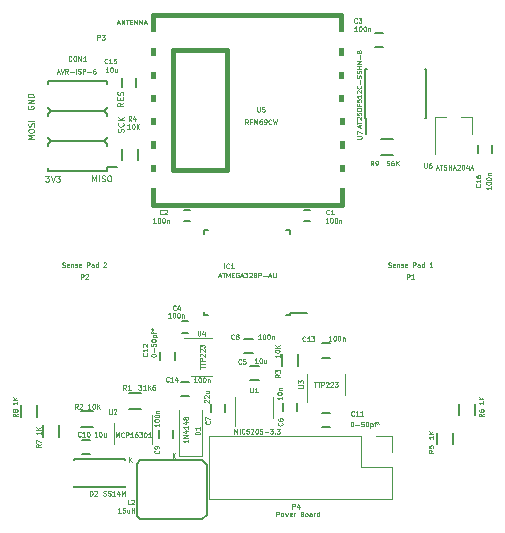
<source format=gto>
G04 #@! TF.GenerationSoftware,KiCad,Pcbnew,no-vcs-found-7441~57~ubuntu16.04.1*
G04 #@! TF.CreationDate,2017-01-09T18:02:56+02:00*
G04 #@! TF.ProjectId,livolo_2_ways_eu_switch,6C69766F6C6F5F325F776179735F6575,rev?*
G04 #@! TF.FileFunction,Legend,Top*
G04 #@! TF.FilePolarity,Positive*
%FSLAX46Y46*%
G04 Gerber Fmt 4.6, Leading zero omitted, Abs format (unit mm)*
G04 Created by KiCad (PCBNEW no-vcs-found-7441~57~ubuntu16.04.1) date Mon Jan  9 18:02:56 2017*
%MOMM*%
%LPD*%
G01*
G04 APERTURE LIST*
%ADD10C,0.100000*%
%ADD11C,0.150000*%
%ADD12C,0.120000*%
%ADD13C,0.381000*%
%ADD14R,2.000000X4.000000*%
%ADD15R,1.200000X0.750000*%
%ADD16O,1.700000X1.700000*%
%ADD17R,1.700000X1.700000*%
%ADD18R,2.500000X1.270000*%
%ADD19C,1.500000*%
%ADD20R,0.600000X0.500000*%
%ADD21R,0.750000X1.200000*%
%ADD22R,1.800000X1.500000*%
%ADD23R,3.000000X1.500000*%
%ADD24R,1.200000X0.900000*%
%ADD25R,0.550000X1.600000*%
%ADD26R,1.600000X0.550000*%
%ADD27C,1.998980*%
%ADD28R,0.900000X1.200000*%
%ADD29R,0.650000X1.060000*%
%ADD30R,1.060000X0.650000*%
%ADD31R,1.998980X1.399540*%
%ADD32R,0.600000X1.550000*%
%ADD33R,0.800000X1.900000*%
G04 APERTURE END LIST*
D10*
X131951190Y-77909523D02*
X131713095Y-78076190D01*
X131951190Y-78195238D02*
X131451190Y-78195238D01*
X131451190Y-78004761D01*
X131475000Y-77957142D01*
X131498809Y-77933333D01*
X131546428Y-77909523D01*
X131617857Y-77909523D01*
X131665476Y-77933333D01*
X131689285Y-77957142D01*
X131713095Y-78004761D01*
X131713095Y-78195238D01*
X131689285Y-77695238D02*
X131689285Y-77528571D01*
X131951190Y-77457142D02*
X131951190Y-77695238D01*
X131451190Y-77695238D01*
X131451190Y-77457142D01*
X131927380Y-77266666D02*
X131951190Y-77195238D01*
X131951190Y-77076190D01*
X131927380Y-77028571D01*
X131903571Y-77004761D01*
X131855952Y-76980952D01*
X131808333Y-76980952D01*
X131760714Y-77004761D01*
X131736904Y-77028571D01*
X131713095Y-77076190D01*
X131689285Y-77171428D01*
X131665476Y-77219047D01*
X131641666Y-77242857D01*
X131594047Y-77266666D01*
X131546428Y-77266666D01*
X131498809Y-77242857D01*
X131475000Y-77219047D01*
X131451190Y-77171428D01*
X131451190Y-77052380D01*
X131475000Y-76980952D01*
X131952380Y-80417857D02*
X131976190Y-80346428D01*
X131976190Y-80227380D01*
X131952380Y-80179761D01*
X131928571Y-80155952D01*
X131880952Y-80132142D01*
X131833333Y-80132142D01*
X131785714Y-80155952D01*
X131761904Y-80179761D01*
X131738095Y-80227380D01*
X131714285Y-80322619D01*
X131690476Y-80370238D01*
X131666666Y-80394047D01*
X131619047Y-80417857D01*
X131571428Y-80417857D01*
X131523809Y-80394047D01*
X131500000Y-80370238D01*
X131476190Y-80322619D01*
X131476190Y-80203571D01*
X131500000Y-80132142D01*
X131928571Y-79632142D02*
X131952380Y-79655952D01*
X131976190Y-79727380D01*
X131976190Y-79775000D01*
X131952380Y-79846428D01*
X131904761Y-79894047D01*
X131857142Y-79917857D01*
X131761904Y-79941666D01*
X131690476Y-79941666D01*
X131595238Y-79917857D01*
X131547619Y-79894047D01*
X131500000Y-79846428D01*
X131476190Y-79775000D01*
X131476190Y-79727380D01*
X131500000Y-79655952D01*
X131523809Y-79632142D01*
X131976190Y-79417857D02*
X131476190Y-79417857D01*
X131976190Y-79132142D02*
X131690476Y-79346428D01*
X131476190Y-79132142D02*
X131761904Y-79417857D01*
X129339285Y-84576190D02*
X129339285Y-84076190D01*
X129505952Y-84433333D01*
X129672619Y-84076190D01*
X129672619Y-84576190D01*
X129910714Y-84576190D02*
X129910714Y-84076190D01*
X130125000Y-84552380D02*
X130196428Y-84576190D01*
X130315476Y-84576190D01*
X130363095Y-84552380D01*
X130386904Y-84528571D01*
X130410714Y-84480952D01*
X130410714Y-84433333D01*
X130386904Y-84385714D01*
X130363095Y-84361904D01*
X130315476Y-84338095D01*
X130220238Y-84314285D01*
X130172619Y-84290476D01*
X130148809Y-84266666D01*
X130125000Y-84219047D01*
X130125000Y-84171428D01*
X130148809Y-84123809D01*
X130172619Y-84100000D01*
X130220238Y-84076190D01*
X130339285Y-84076190D01*
X130410714Y-84100000D01*
X130720238Y-84076190D02*
X130815476Y-84076190D01*
X130863095Y-84100000D01*
X130910714Y-84147619D01*
X130934523Y-84242857D01*
X130934523Y-84409523D01*
X130910714Y-84504761D01*
X130863095Y-84552380D01*
X130815476Y-84576190D01*
X130720238Y-84576190D01*
X130672619Y-84552380D01*
X130625000Y-84504761D01*
X130601190Y-84409523D01*
X130601190Y-84242857D01*
X130625000Y-84147619D01*
X130672619Y-84100000D01*
X130720238Y-84076190D01*
X123875000Y-78205952D02*
X123851190Y-78253571D01*
X123851190Y-78325000D01*
X123875000Y-78396428D01*
X123922619Y-78444047D01*
X123970238Y-78467857D01*
X124065476Y-78491666D01*
X124136904Y-78491666D01*
X124232142Y-78467857D01*
X124279761Y-78444047D01*
X124327380Y-78396428D01*
X124351190Y-78325000D01*
X124351190Y-78277380D01*
X124327380Y-78205952D01*
X124303571Y-78182142D01*
X124136904Y-78182142D01*
X124136904Y-78277380D01*
X124351190Y-77967857D02*
X123851190Y-77967857D01*
X124351190Y-77682142D01*
X123851190Y-77682142D01*
X124351190Y-77444047D02*
X123851190Y-77444047D01*
X123851190Y-77325000D01*
X123875000Y-77253571D01*
X123922619Y-77205952D01*
X123970238Y-77182142D01*
X124065476Y-77158333D01*
X124136904Y-77158333D01*
X124232142Y-77182142D01*
X124279761Y-77205952D01*
X124327380Y-77253571D01*
X124351190Y-77325000D01*
X124351190Y-77444047D01*
X124401190Y-81010714D02*
X123901190Y-81010714D01*
X124258333Y-80844047D01*
X123901190Y-80677380D01*
X124401190Y-80677380D01*
X123901190Y-80344047D02*
X123901190Y-80248809D01*
X123925000Y-80201190D01*
X123972619Y-80153571D01*
X124067857Y-80129761D01*
X124234523Y-80129761D01*
X124329761Y-80153571D01*
X124377380Y-80201190D01*
X124401190Y-80248809D01*
X124401190Y-80344047D01*
X124377380Y-80391666D01*
X124329761Y-80439285D01*
X124234523Y-80463095D01*
X124067857Y-80463095D01*
X123972619Y-80439285D01*
X123925000Y-80391666D01*
X123901190Y-80344047D01*
X124377380Y-79939285D02*
X124401190Y-79867857D01*
X124401190Y-79748809D01*
X124377380Y-79701190D01*
X124353571Y-79677380D01*
X124305952Y-79653571D01*
X124258333Y-79653571D01*
X124210714Y-79677380D01*
X124186904Y-79701190D01*
X124163095Y-79748809D01*
X124139285Y-79844047D01*
X124115476Y-79891666D01*
X124091666Y-79915476D01*
X124044047Y-79939285D01*
X123996428Y-79939285D01*
X123948809Y-79915476D01*
X123925000Y-79891666D01*
X123901190Y-79844047D01*
X123901190Y-79725000D01*
X123925000Y-79653571D01*
X124401190Y-79439285D02*
X123901190Y-79439285D01*
X125355952Y-84101190D02*
X125665476Y-84101190D01*
X125498809Y-84291666D01*
X125570238Y-84291666D01*
X125617857Y-84315476D01*
X125641666Y-84339285D01*
X125665476Y-84386904D01*
X125665476Y-84505952D01*
X125641666Y-84553571D01*
X125617857Y-84577380D01*
X125570238Y-84601190D01*
X125427380Y-84601190D01*
X125379761Y-84577380D01*
X125355952Y-84553571D01*
X125808333Y-84101190D02*
X125975000Y-84601190D01*
X126141666Y-84101190D01*
X126260714Y-84101190D02*
X126570238Y-84101190D01*
X126403571Y-84291666D01*
X126475000Y-84291666D01*
X126522619Y-84315476D01*
X126546428Y-84339285D01*
X126570238Y-84386904D01*
X126570238Y-84505952D01*
X126546428Y-84553571D01*
X126522619Y-84577380D01*
X126475000Y-84601190D01*
X126332142Y-84601190D01*
X126284523Y-84577380D01*
X126260714Y-84553571D01*
X136120238Y-108005952D02*
X136120238Y-107605952D01*
X136348809Y-108005952D02*
X136177380Y-107777380D01*
X136348809Y-107605952D02*
X136120238Y-107834523D01*
X132470238Y-108355952D02*
X132470238Y-107955952D01*
X132698809Y-108355952D02*
X132527380Y-108127380D01*
X132698809Y-107955952D02*
X132470238Y-108184523D01*
D11*
X138650000Y-108200000D02*
X139000000Y-108600000D01*
X133400000Y-108200000D02*
X138650000Y-108200000D01*
X133100000Y-108500000D02*
X133400000Y-108200000D01*
X133100000Y-112900000D02*
X133100000Y-108500000D01*
X133400000Y-113200000D02*
X133100000Y-112900000D01*
X138650000Y-113200000D02*
X133400000Y-113200000D01*
X139000000Y-112800000D02*
X138650000Y-113200000D01*
X139000000Y-108600000D02*
X139000000Y-112800000D01*
X153275000Y-72000000D02*
X153975000Y-72000000D01*
X153975000Y-73200000D02*
X153275000Y-73200000D01*
D12*
X154720000Y-106120000D02*
X154720000Y-107510000D01*
X153330000Y-106120000D02*
X154720000Y-106120000D01*
X152060000Y-108780000D02*
X152060000Y-106120000D01*
X154720000Y-108780000D02*
X152060000Y-108780000D01*
X154720000Y-111440000D02*
X154720000Y-108780000D01*
X139240000Y-111440000D02*
X154720000Y-111440000D01*
X139240000Y-106120000D02*
X139240000Y-111440000D01*
X152060000Y-106120000D02*
X139240000Y-106120000D01*
D11*
X130300000Y-78630000D02*
X125800000Y-78630000D01*
X130550000Y-78376000D02*
X130296000Y-78630000D01*
X130296000Y-78630000D02*
X130550000Y-78884000D01*
X130550000Y-78884000D02*
X130550000Y-79011000D01*
X130550000Y-78249000D02*
X130550000Y-78376000D01*
X130550000Y-80916000D02*
X130296000Y-81170000D01*
X125550000Y-78884000D02*
X125804000Y-78630000D01*
X130550000Y-81424000D02*
X130550000Y-81551000D01*
X125550000Y-78376000D02*
X125550000Y-78249000D01*
X130296000Y-81170000D02*
X130550000Y-81424000D01*
X125804000Y-78630000D02*
X125550000Y-78376000D01*
X130550000Y-80789000D02*
X130550000Y-80916000D01*
X125550000Y-79011000D02*
X125550000Y-78884000D01*
X125550000Y-83710000D02*
X125550000Y-83430000D01*
X125550000Y-80916000D02*
X125550000Y-80789000D01*
X125804000Y-81170000D02*
X125550000Y-80916000D01*
X125550000Y-81424000D02*
X125804000Y-81170000D01*
X125550000Y-81551000D02*
X125550000Y-81424000D01*
X125550000Y-83710000D02*
X130550000Y-83710000D01*
X130550000Y-83710000D02*
X130550000Y-83430000D01*
X130550000Y-76090000D02*
X130550000Y-76370000D01*
X125550000Y-76090000D02*
X130550000Y-76090000D01*
X125550000Y-76090000D02*
X125550000Y-76370000D01*
X130300000Y-81170000D02*
X125800000Y-81170000D01*
X130550000Y-83400000D02*
X131450000Y-83400000D01*
X137400000Y-96425000D02*
X136900000Y-96425000D01*
X136900000Y-97375000D02*
X137400000Y-97375000D01*
X137100000Y-87975000D02*
X137600000Y-87975000D01*
X137600000Y-87025000D02*
X137100000Y-87025000D01*
X147250000Y-87975000D02*
X147750000Y-87975000D01*
X147750000Y-87025000D02*
X147250000Y-87025000D01*
X129150000Y-107700000D02*
X128450000Y-107700000D01*
X128450000Y-106500000D02*
X129150000Y-106500000D01*
X139400000Y-104100000D02*
X139400000Y-103400000D01*
X140600000Y-103400000D02*
X140600000Y-104100000D01*
X142700000Y-100200000D02*
X143400000Y-100200000D01*
X143400000Y-101400000D02*
X142700000Y-101400000D01*
X131850000Y-76550000D02*
X131850000Y-75850000D01*
X133050000Y-75850000D02*
X133050000Y-76550000D01*
X132075000Y-110450000D02*
X132075000Y-110350000D01*
X132075000Y-108150000D02*
X132075000Y-108050000D01*
X127775000Y-108150000D02*
X127775000Y-108050000D01*
X132075000Y-108050000D02*
X127775000Y-108050000D01*
X132075000Y-110450000D02*
X127775000Y-110450000D01*
X127775000Y-110450000D02*
X127775000Y-110350000D01*
X145500000Y-104050000D02*
X145500000Y-103350000D01*
X146700000Y-103350000D02*
X146700000Y-104050000D01*
X142200000Y-97950000D02*
X142900000Y-97950000D01*
X142900000Y-99150000D02*
X142200000Y-99150000D01*
X134950000Y-106300000D02*
X134950000Y-105600000D01*
X136150000Y-105600000D02*
X136150000Y-106300000D01*
X149450000Y-105350000D02*
X148750000Y-105350000D01*
X148750000Y-104150000D02*
X149450000Y-104150000D01*
X135100000Y-99700000D02*
X135100000Y-99000000D01*
X136300000Y-99000000D02*
X136300000Y-99700000D01*
X148750000Y-98300000D02*
X149450000Y-98300000D01*
X149450000Y-99500000D02*
X148750000Y-99500000D01*
X137500000Y-102750000D02*
X136800000Y-102750000D01*
X136800000Y-101550000D02*
X137500000Y-101550000D01*
D12*
X136650000Y-107850000D02*
X136650000Y-103950000D01*
X138650000Y-107850000D02*
X138650000Y-103950000D01*
X136650000Y-107850000D02*
X138650000Y-107850000D01*
D11*
X146075000Y-95700000D02*
X147500000Y-95700000D01*
X138825000Y-95925000D02*
X139150000Y-95925000D01*
X138825000Y-88675000D02*
X139150000Y-88675000D01*
X146075000Y-88675000D02*
X145750000Y-88675000D01*
X146075000Y-95925000D02*
X145750000Y-95925000D01*
X146075000Y-88675000D02*
X146075000Y-89000000D01*
X138825000Y-88675000D02*
X138825000Y-89000000D01*
X138825000Y-95925000D02*
X138825000Y-95600000D01*
X146075000Y-95925000D02*
X146075000Y-95700000D01*
X133450000Y-103875000D02*
X132450000Y-103875000D01*
X132450000Y-102525000D02*
X133450000Y-102525000D01*
X128350000Y-104025000D02*
X129350000Y-104025000D01*
X129350000Y-105375000D02*
X128350000Y-105375000D01*
X146775000Y-99200000D02*
X146775000Y-100200000D01*
X145425000Y-100200000D02*
X145425000Y-99200000D01*
X131825000Y-82800000D02*
X131825000Y-81800000D01*
X133175000Y-81800000D02*
X133175000Y-82800000D01*
X158475000Y-106850000D02*
X158475000Y-105850000D01*
X159825000Y-105850000D02*
X159825000Y-106850000D01*
X161725000Y-103400000D02*
X161725000Y-104400000D01*
X160375000Y-104400000D02*
X160375000Y-103400000D01*
X125175000Y-106200000D02*
X125175000Y-105200000D01*
X126525000Y-105200000D02*
X126525000Y-106200000D01*
X124625000Y-103500000D02*
X124625000Y-104500000D01*
X123275000Y-104500000D02*
X123275000Y-103500000D01*
D12*
X141440000Y-102850000D02*
X141440000Y-105300000D01*
X144660000Y-104650000D02*
X144660000Y-102850000D01*
X134410000Y-106850000D02*
X134410000Y-104400000D01*
X131190000Y-105050000D02*
X131190000Y-106850000D01*
X147490000Y-100850000D02*
X147490000Y-103300000D01*
X150710000Y-102650000D02*
X150710000Y-100850000D01*
X137700000Y-101060000D02*
X139500000Y-101060000D01*
X139500000Y-97840000D02*
X137050000Y-97840000D01*
D13*
X136150800Y-83650320D02*
X136150800Y-73449680D01*
X136150800Y-73449680D02*
X140750740Y-73449680D01*
X140750740Y-73449680D02*
X140750740Y-83650320D01*
X140750740Y-83650320D02*
X136150800Y-83650320D01*
X134499800Y-70500740D02*
X150400200Y-70500740D01*
X150400200Y-70500740D02*
X150451000Y-86599260D01*
X150451000Y-86599260D02*
X134499800Y-86599260D01*
X134499800Y-86599260D02*
X134499800Y-70500740D01*
D11*
X162000000Y-82200000D02*
X162000000Y-81500000D01*
X163200000Y-81500000D02*
X163200000Y-82200000D01*
X154800000Y-82375000D02*
X153800000Y-82375000D01*
X153800000Y-81025000D02*
X154800000Y-81025000D01*
X152500000Y-79175000D02*
X152500000Y-80575000D01*
X157600000Y-79175000D02*
X157600000Y-75025000D01*
X152450000Y-79175000D02*
X152450000Y-75025000D01*
X157600000Y-79175000D02*
X157455000Y-79175000D01*
X157600000Y-75025000D02*
X157455000Y-75025000D01*
X152450000Y-75025000D02*
X152595000Y-75025000D01*
X152450000Y-79175000D02*
X152500000Y-79175000D01*
D12*
X161480000Y-79090000D02*
X161480000Y-80550000D01*
X158320000Y-79090000D02*
X158320000Y-82250000D01*
X158320000Y-79090000D02*
X159250000Y-79090000D01*
X161480000Y-79090000D02*
X160550000Y-79090000D01*
D10*
X132508333Y-111930952D02*
X132317857Y-111930952D01*
X132317857Y-111530952D01*
X132622619Y-111569047D02*
X132641666Y-111550000D01*
X132679761Y-111530952D01*
X132775000Y-111530952D01*
X132813095Y-111550000D01*
X132832142Y-111569047D01*
X132851190Y-111607142D01*
X132851190Y-111645238D01*
X132832142Y-111702380D01*
X132603571Y-111930952D01*
X132851190Y-111930952D01*
X131733333Y-112630952D02*
X131504761Y-112630952D01*
X131619047Y-112630952D02*
X131619047Y-112230952D01*
X131580952Y-112288095D01*
X131542857Y-112326190D01*
X131504761Y-112345238D01*
X132095238Y-112230952D02*
X131904761Y-112230952D01*
X131885714Y-112421428D01*
X131904761Y-112402380D01*
X131942857Y-112383333D01*
X132038095Y-112383333D01*
X132076190Y-112402380D01*
X132095238Y-112421428D01*
X132114285Y-112459523D01*
X132114285Y-112554761D01*
X132095238Y-112592857D01*
X132076190Y-112611904D01*
X132038095Y-112630952D01*
X131942857Y-112630952D01*
X131904761Y-112611904D01*
X131885714Y-112592857D01*
X132457142Y-112364285D02*
X132457142Y-112630952D01*
X132285714Y-112364285D02*
X132285714Y-112573809D01*
X132304761Y-112611904D01*
X132342857Y-112630952D01*
X132400000Y-112630952D01*
X132438095Y-112611904D01*
X132457142Y-112592857D01*
X132647619Y-112630952D02*
X132647619Y-112230952D01*
X132647619Y-112421428D02*
X132876190Y-112421428D01*
X132876190Y-112630952D02*
X132876190Y-112230952D01*
X151733333Y-71117857D02*
X151714285Y-71136904D01*
X151657142Y-71155952D01*
X151619047Y-71155952D01*
X151561904Y-71136904D01*
X151523809Y-71098809D01*
X151504761Y-71060714D01*
X151485714Y-70984523D01*
X151485714Y-70927380D01*
X151504761Y-70851190D01*
X151523809Y-70813095D01*
X151561904Y-70775000D01*
X151619047Y-70755952D01*
X151657142Y-70755952D01*
X151714285Y-70775000D01*
X151733333Y-70794047D01*
X151866666Y-70755952D02*
X152114285Y-70755952D01*
X151980952Y-70908333D01*
X152038095Y-70908333D01*
X152076190Y-70927380D01*
X152095238Y-70946428D01*
X152114285Y-70984523D01*
X152114285Y-71079761D01*
X152095238Y-71117857D01*
X152076190Y-71136904D01*
X152038095Y-71155952D01*
X151923809Y-71155952D01*
X151885714Y-71136904D01*
X151866666Y-71117857D01*
X151752380Y-71855952D02*
X151523809Y-71855952D01*
X151638095Y-71855952D02*
X151638095Y-71455952D01*
X151600000Y-71513095D01*
X151561904Y-71551190D01*
X151523809Y-71570238D01*
X152000000Y-71455952D02*
X152038095Y-71455952D01*
X152076190Y-71475000D01*
X152095238Y-71494047D01*
X152114285Y-71532142D01*
X152133333Y-71608333D01*
X152133333Y-71703571D01*
X152114285Y-71779761D01*
X152095238Y-71817857D01*
X152076190Y-71836904D01*
X152038095Y-71855952D01*
X152000000Y-71855952D01*
X151961904Y-71836904D01*
X151942857Y-71817857D01*
X151923809Y-71779761D01*
X151904761Y-71703571D01*
X151904761Y-71608333D01*
X151923809Y-71532142D01*
X151942857Y-71494047D01*
X151961904Y-71475000D01*
X152000000Y-71455952D01*
X152380952Y-71455952D02*
X152419047Y-71455952D01*
X152457142Y-71475000D01*
X152476190Y-71494047D01*
X152495238Y-71532142D01*
X152514285Y-71608333D01*
X152514285Y-71703571D01*
X152495238Y-71779761D01*
X152476190Y-71817857D01*
X152457142Y-71836904D01*
X152419047Y-71855952D01*
X152380952Y-71855952D01*
X152342857Y-71836904D01*
X152323809Y-71817857D01*
X152304761Y-71779761D01*
X152285714Y-71703571D01*
X152285714Y-71608333D01*
X152304761Y-71532142D01*
X152323809Y-71494047D01*
X152342857Y-71475000D01*
X152380952Y-71455952D01*
X152685714Y-71589285D02*
X152685714Y-71855952D01*
X152685714Y-71627380D02*
X152704761Y-71608333D01*
X152742857Y-71589285D01*
X152800000Y-71589285D01*
X152838095Y-71608333D01*
X152857142Y-71646428D01*
X152857142Y-71855952D01*
X146254761Y-112280952D02*
X146254761Y-111880952D01*
X146407142Y-111880952D01*
X146445238Y-111900000D01*
X146464285Y-111919047D01*
X146483333Y-111957142D01*
X146483333Y-112014285D01*
X146464285Y-112052380D01*
X146445238Y-112071428D01*
X146407142Y-112090476D01*
X146254761Y-112090476D01*
X146826190Y-112014285D02*
X146826190Y-112280952D01*
X146730952Y-111861904D02*
X146635714Y-112147619D01*
X146883333Y-112147619D01*
X144890476Y-112930952D02*
X144890476Y-112530952D01*
X145042857Y-112530952D01*
X145080952Y-112550000D01*
X145100000Y-112569047D01*
X145119047Y-112607142D01*
X145119047Y-112664285D01*
X145100000Y-112702380D01*
X145080952Y-112721428D01*
X145042857Y-112740476D01*
X144890476Y-112740476D01*
X145347619Y-112930952D02*
X145309523Y-112911904D01*
X145290476Y-112892857D01*
X145271428Y-112854761D01*
X145271428Y-112740476D01*
X145290476Y-112702380D01*
X145309523Y-112683333D01*
X145347619Y-112664285D01*
X145404761Y-112664285D01*
X145442857Y-112683333D01*
X145461904Y-112702380D01*
X145480952Y-112740476D01*
X145480952Y-112854761D01*
X145461904Y-112892857D01*
X145442857Y-112911904D01*
X145404761Y-112930952D01*
X145347619Y-112930952D01*
X145614285Y-112664285D02*
X145690476Y-112930952D01*
X145766666Y-112740476D01*
X145842857Y-112930952D01*
X145919047Y-112664285D01*
X146223809Y-112911904D02*
X146185714Y-112930952D01*
X146109523Y-112930952D01*
X146071428Y-112911904D01*
X146052380Y-112873809D01*
X146052380Y-112721428D01*
X146071428Y-112683333D01*
X146109523Y-112664285D01*
X146185714Y-112664285D01*
X146223809Y-112683333D01*
X146242857Y-112721428D01*
X146242857Y-112759523D01*
X146052380Y-112797619D01*
X146414285Y-112930952D02*
X146414285Y-112664285D01*
X146414285Y-112740476D02*
X146433333Y-112702380D01*
X146452380Y-112683333D01*
X146490476Y-112664285D01*
X146528571Y-112664285D01*
X147100000Y-112721428D02*
X147157142Y-112740476D01*
X147176190Y-112759523D01*
X147195238Y-112797619D01*
X147195238Y-112854761D01*
X147176190Y-112892857D01*
X147157142Y-112911904D01*
X147119047Y-112930952D01*
X146966666Y-112930952D01*
X146966666Y-112530952D01*
X147100000Y-112530952D01*
X147138095Y-112550000D01*
X147157142Y-112569047D01*
X147176190Y-112607142D01*
X147176190Y-112645238D01*
X147157142Y-112683333D01*
X147138095Y-112702380D01*
X147100000Y-112721428D01*
X146966666Y-112721428D01*
X147423809Y-112930952D02*
X147385714Y-112911904D01*
X147366666Y-112892857D01*
X147347619Y-112854761D01*
X147347619Y-112740476D01*
X147366666Y-112702380D01*
X147385714Y-112683333D01*
X147423809Y-112664285D01*
X147480952Y-112664285D01*
X147519047Y-112683333D01*
X147538095Y-112702380D01*
X147557142Y-112740476D01*
X147557142Y-112854761D01*
X147538095Y-112892857D01*
X147519047Y-112911904D01*
X147480952Y-112930952D01*
X147423809Y-112930952D01*
X147900000Y-112930952D02*
X147900000Y-112721428D01*
X147880952Y-112683333D01*
X147842857Y-112664285D01*
X147766666Y-112664285D01*
X147728571Y-112683333D01*
X147900000Y-112911904D02*
X147861904Y-112930952D01*
X147766666Y-112930952D01*
X147728571Y-112911904D01*
X147709523Y-112873809D01*
X147709523Y-112835714D01*
X147728571Y-112797619D01*
X147766666Y-112778571D01*
X147861904Y-112778571D01*
X147900000Y-112759523D01*
X148090476Y-112930952D02*
X148090476Y-112664285D01*
X148090476Y-112740476D02*
X148109523Y-112702380D01*
X148128571Y-112683333D01*
X148166666Y-112664285D01*
X148204761Y-112664285D01*
X148509523Y-112930952D02*
X148509523Y-112530952D01*
X148509523Y-112911904D02*
X148471428Y-112930952D01*
X148395238Y-112930952D01*
X148357142Y-112911904D01*
X148338095Y-112892857D01*
X148319047Y-112854761D01*
X148319047Y-112740476D01*
X148338095Y-112702380D01*
X148357142Y-112683333D01*
X148395238Y-112664285D01*
X148471428Y-112664285D01*
X148509523Y-112683333D01*
X127564285Y-74342857D02*
X127545238Y-74361904D01*
X127488095Y-74380952D01*
X127450000Y-74380952D01*
X127392857Y-74361904D01*
X127354761Y-74323809D01*
X127335714Y-74285714D01*
X127316666Y-74209523D01*
X127316666Y-74152380D01*
X127335714Y-74076190D01*
X127354761Y-74038095D01*
X127392857Y-74000000D01*
X127450000Y-73980952D01*
X127488095Y-73980952D01*
X127545238Y-74000000D01*
X127564285Y-74019047D01*
X127811904Y-73980952D02*
X127888095Y-73980952D01*
X127926190Y-74000000D01*
X127964285Y-74038095D01*
X127983333Y-74114285D01*
X127983333Y-74247619D01*
X127964285Y-74323809D01*
X127926190Y-74361904D01*
X127888095Y-74380952D01*
X127811904Y-74380952D01*
X127773809Y-74361904D01*
X127735714Y-74323809D01*
X127716666Y-74247619D01*
X127716666Y-74114285D01*
X127735714Y-74038095D01*
X127773809Y-74000000D01*
X127811904Y-73980952D01*
X128154761Y-74380952D02*
X128154761Y-73980952D01*
X128383333Y-74380952D01*
X128383333Y-73980952D01*
X128783333Y-74380952D02*
X128554761Y-74380952D01*
X128669047Y-74380952D02*
X128669047Y-73980952D01*
X128630952Y-74038095D01*
X128592857Y-74076190D01*
X128554761Y-74095238D01*
X126336904Y-75341666D02*
X126527380Y-75341666D01*
X126298809Y-75455952D02*
X126432142Y-75055952D01*
X126565476Y-75455952D01*
X126641666Y-75055952D02*
X126775000Y-75455952D01*
X126908333Y-75055952D01*
X127270238Y-75455952D02*
X127136904Y-75265476D01*
X127041666Y-75455952D02*
X127041666Y-75055952D01*
X127194047Y-75055952D01*
X127232142Y-75075000D01*
X127251190Y-75094047D01*
X127270238Y-75132142D01*
X127270238Y-75189285D01*
X127251190Y-75227380D01*
X127232142Y-75246428D01*
X127194047Y-75265476D01*
X127041666Y-75265476D01*
X127441666Y-75303571D02*
X127746428Y-75303571D01*
X127936904Y-75455952D02*
X127936904Y-75055952D01*
X128108333Y-75436904D02*
X128165476Y-75455952D01*
X128260714Y-75455952D01*
X128298809Y-75436904D01*
X128317857Y-75417857D01*
X128336904Y-75379761D01*
X128336904Y-75341666D01*
X128317857Y-75303571D01*
X128298809Y-75284523D01*
X128260714Y-75265476D01*
X128184523Y-75246428D01*
X128146428Y-75227380D01*
X128127380Y-75208333D01*
X128108333Y-75170238D01*
X128108333Y-75132142D01*
X128127380Y-75094047D01*
X128146428Y-75075000D01*
X128184523Y-75055952D01*
X128279761Y-75055952D01*
X128336904Y-75075000D01*
X128508333Y-75455952D02*
X128508333Y-75055952D01*
X128660714Y-75055952D01*
X128698809Y-75075000D01*
X128717857Y-75094047D01*
X128736904Y-75132142D01*
X128736904Y-75189285D01*
X128717857Y-75227380D01*
X128698809Y-75246428D01*
X128660714Y-75265476D01*
X128508333Y-75265476D01*
X128908333Y-75303571D02*
X129213095Y-75303571D01*
X129575000Y-75055952D02*
X129498809Y-75055952D01*
X129460714Y-75075000D01*
X129441666Y-75094047D01*
X129403571Y-75151190D01*
X129384523Y-75227380D01*
X129384523Y-75379761D01*
X129403571Y-75417857D01*
X129422619Y-75436904D01*
X129460714Y-75455952D01*
X129536904Y-75455952D01*
X129575000Y-75436904D01*
X129594047Y-75417857D01*
X129613095Y-75379761D01*
X129613095Y-75284523D01*
X129594047Y-75246428D01*
X129575000Y-75227380D01*
X129536904Y-75208333D01*
X129460714Y-75208333D01*
X129422619Y-75227380D01*
X129403571Y-75246428D01*
X129384523Y-75284523D01*
X136383333Y-95442857D02*
X136364285Y-95461904D01*
X136307142Y-95480952D01*
X136269047Y-95480952D01*
X136211904Y-95461904D01*
X136173809Y-95423809D01*
X136154761Y-95385714D01*
X136135714Y-95309523D01*
X136135714Y-95252380D01*
X136154761Y-95176190D01*
X136173809Y-95138095D01*
X136211904Y-95100000D01*
X136269047Y-95080952D01*
X136307142Y-95080952D01*
X136364285Y-95100000D01*
X136383333Y-95119047D01*
X136726190Y-95214285D02*
X136726190Y-95480952D01*
X136630952Y-95061904D02*
X136535714Y-95347619D01*
X136783333Y-95347619D01*
X135977380Y-96105952D02*
X135748809Y-96105952D01*
X135863095Y-96105952D02*
X135863095Y-95705952D01*
X135825000Y-95763095D01*
X135786904Y-95801190D01*
X135748809Y-95820238D01*
X136225000Y-95705952D02*
X136263095Y-95705952D01*
X136301190Y-95725000D01*
X136320238Y-95744047D01*
X136339285Y-95782142D01*
X136358333Y-95858333D01*
X136358333Y-95953571D01*
X136339285Y-96029761D01*
X136320238Y-96067857D01*
X136301190Y-96086904D01*
X136263095Y-96105952D01*
X136225000Y-96105952D01*
X136186904Y-96086904D01*
X136167857Y-96067857D01*
X136148809Y-96029761D01*
X136129761Y-95953571D01*
X136129761Y-95858333D01*
X136148809Y-95782142D01*
X136167857Y-95744047D01*
X136186904Y-95725000D01*
X136225000Y-95705952D01*
X136605952Y-95705952D02*
X136644047Y-95705952D01*
X136682142Y-95725000D01*
X136701190Y-95744047D01*
X136720238Y-95782142D01*
X136739285Y-95858333D01*
X136739285Y-95953571D01*
X136720238Y-96029761D01*
X136701190Y-96067857D01*
X136682142Y-96086904D01*
X136644047Y-96105952D01*
X136605952Y-96105952D01*
X136567857Y-96086904D01*
X136548809Y-96067857D01*
X136529761Y-96029761D01*
X136510714Y-95953571D01*
X136510714Y-95858333D01*
X136529761Y-95782142D01*
X136548809Y-95744047D01*
X136567857Y-95725000D01*
X136605952Y-95705952D01*
X136910714Y-95839285D02*
X136910714Y-96105952D01*
X136910714Y-95877380D02*
X136929761Y-95858333D01*
X136967857Y-95839285D01*
X137025000Y-95839285D01*
X137063095Y-95858333D01*
X137082142Y-95896428D01*
X137082142Y-96105952D01*
X135283333Y-87342857D02*
X135264285Y-87361904D01*
X135207142Y-87380952D01*
X135169047Y-87380952D01*
X135111904Y-87361904D01*
X135073809Y-87323809D01*
X135054761Y-87285714D01*
X135035714Y-87209523D01*
X135035714Y-87152380D01*
X135054761Y-87076190D01*
X135073809Y-87038095D01*
X135111904Y-87000000D01*
X135169047Y-86980952D01*
X135207142Y-86980952D01*
X135264285Y-87000000D01*
X135283333Y-87019047D01*
X135435714Y-87019047D02*
X135454761Y-87000000D01*
X135492857Y-86980952D01*
X135588095Y-86980952D01*
X135626190Y-87000000D01*
X135645238Y-87019047D01*
X135664285Y-87057142D01*
X135664285Y-87095238D01*
X135645238Y-87152380D01*
X135416666Y-87380952D01*
X135664285Y-87380952D01*
X134702380Y-88080952D02*
X134473809Y-88080952D01*
X134588095Y-88080952D02*
X134588095Y-87680952D01*
X134550000Y-87738095D01*
X134511904Y-87776190D01*
X134473809Y-87795238D01*
X134950000Y-87680952D02*
X134988095Y-87680952D01*
X135026190Y-87700000D01*
X135045238Y-87719047D01*
X135064285Y-87757142D01*
X135083333Y-87833333D01*
X135083333Y-87928571D01*
X135064285Y-88004761D01*
X135045238Y-88042857D01*
X135026190Y-88061904D01*
X134988095Y-88080952D01*
X134950000Y-88080952D01*
X134911904Y-88061904D01*
X134892857Y-88042857D01*
X134873809Y-88004761D01*
X134854761Y-87928571D01*
X134854761Y-87833333D01*
X134873809Y-87757142D01*
X134892857Y-87719047D01*
X134911904Y-87700000D01*
X134950000Y-87680952D01*
X135330952Y-87680952D02*
X135369047Y-87680952D01*
X135407142Y-87700000D01*
X135426190Y-87719047D01*
X135445238Y-87757142D01*
X135464285Y-87833333D01*
X135464285Y-87928571D01*
X135445238Y-88004761D01*
X135426190Y-88042857D01*
X135407142Y-88061904D01*
X135369047Y-88080952D01*
X135330952Y-88080952D01*
X135292857Y-88061904D01*
X135273809Y-88042857D01*
X135254761Y-88004761D01*
X135235714Y-87928571D01*
X135235714Y-87833333D01*
X135254761Y-87757142D01*
X135273809Y-87719047D01*
X135292857Y-87700000D01*
X135330952Y-87680952D01*
X135635714Y-87814285D02*
X135635714Y-88080952D01*
X135635714Y-87852380D02*
X135654761Y-87833333D01*
X135692857Y-87814285D01*
X135750000Y-87814285D01*
X135788095Y-87833333D01*
X135807142Y-87871428D01*
X135807142Y-88080952D01*
X149383333Y-87342857D02*
X149364285Y-87361904D01*
X149307142Y-87380952D01*
X149269047Y-87380952D01*
X149211904Y-87361904D01*
X149173809Y-87323809D01*
X149154761Y-87285714D01*
X149135714Y-87209523D01*
X149135714Y-87152380D01*
X149154761Y-87076190D01*
X149173809Y-87038095D01*
X149211904Y-87000000D01*
X149269047Y-86980952D01*
X149307142Y-86980952D01*
X149364285Y-87000000D01*
X149383333Y-87019047D01*
X149764285Y-87380952D02*
X149535714Y-87380952D01*
X149650000Y-87380952D02*
X149650000Y-86980952D01*
X149611904Y-87038095D01*
X149573809Y-87076190D01*
X149535714Y-87095238D01*
X149302380Y-88080952D02*
X149073809Y-88080952D01*
X149188095Y-88080952D02*
X149188095Y-87680952D01*
X149150000Y-87738095D01*
X149111904Y-87776190D01*
X149073809Y-87795238D01*
X149550000Y-87680952D02*
X149588095Y-87680952D01*
X149626190Y-87700000D01*
X149645238Y-87719047D01*
X149664285Y-87757142D01*
X149683333Y-87833333D01*
X149683333Y-87928571D01*
X149664285Y-88004761D01*
X149645238Y-88042857D01*
X149626190Y-88061904D01*
X149588095Y-88080952D01*
X149550000Y-88080952D01*
X149511904Y-88061904D01*
X149492857Y-88042857D01*
X149473809Y-88004761D01*
X149454761Y-87928571D01*
X149454761Y-87833333D01*
X149473809Y-87757142D01*
X149492857Y-87719047D01*
X149511904Y-87700000D01*
X149550000Y-87680952D01*
X149930952Y-87680952D02*
X149969047Y-87680952D01*
X150007142Y-87700000D01*
X150026190Y-87719047D01*
X150045238Y-87757142D01*
X150064285Y-87833333D01*
X150064285Y-87928571D01*
X150045238Y-88004761D01*
X150026190Y-88042857D01*
X150007142Y-88061904D01*
X149969047Y-88080952D01*
X149930952Y-88080952D01*
X149892857Y-88061904D01*
X149873809Y-88042857D01*
X149854761Y-88004761D01*
X149835714Y-87928571D01*
X149835714Y-87833333D01*
X149854761Y-87757142D01*
X149873809Y-87719047D01*
X149892857Y-87700000D01*
X149930952Y-87680952D01*
X150235714Y-87814285D02*
X150235714Y-88080952D01*
X150235714Y-87852380D02*
X150254761Y-87833333D01*
X150292857Y-87814285D01*
X150350000Y-87814285D01*
X150388095Y-87833333D01*
X150407142Y-87871428D01*
X150407142Y-88080952D01*
X128342857Y-106142857D02*
X128323809Y-106161904D01*
X128266666Y-106180952D01*
X128228571Y-106180952D01*
X128171428Y-106161904D01*
X128133333Y-106123809D01*
X128114285Y-106085714D01*
X128095238Y-106009523D01*
X128095238Y-105952380D01*
X128114285Y-105876190D01*
X128133333Y-105838095D01*
X128171428Y-105800000D01*
X128228571Y-105780952D01*
X128266666Y-105780952D01*
X128323809Y-105800000D01*
X128342857Y-105819047D01*
X128723809Y-106180952D02*
X128495238Y-106180952D01*
X128609523Y-106180952D02*
X128609523Y-105780952D01*
X128571428Y-105838095D01*
X128533333Y-105876190D01*
X128495238Y-105895238D01*
X128971428Y-105780952D02*
X129009523Y-105780952D01*
X129047619Y-105800000D01*
X129066666Y-105819047D01*
X129085714Y-105857142D01*
X129104761Y-105933333D01*
X129104761Y-106028571D01*
X129085714Y-106104761D01*
X129066666Y-106142857D01*
X129047619Y-106161904D01*
X129009523Y-106180952D01*
X128971428Y-106180952D01*
X128933333Y-106161904D01*
X128914285Y-106142857D01*
X128895238Y-106104761D01*
X128876190Y-106028571D01*
X128876190Y-105933333D01*
X128895238Y-105857142D01*
X128914285Y-105819047D01*
X128933333Y-105800000D01*
X128971428Y-105780952D01*
X129742857Y-106180952D02*
X129514285Y-106180952D01*
X129628571Y-106180952D02*
X129628571Y-105780952D01*
X129590476Y-105838095D01*
X129552380Y-105876190D01*
X129514285Y-105895238D01*
X129990476Y-105780952D02*
X130028571Y-105780952D01*
X130066666Y-105800000D01*
X130085714Y-105819047D01*
X130104761Y-105857142D01*
X130123809Y-105933333D01*
X130123809Y-106028571D01*
X130104761Y-106104761D01*
X130085714Y-106142857D01*
X130066666Y-106161904D01*
X130028571Y-106180952D01*
X129990476Y-106180952D01*
X129952380Y-106161904D01*
X129933333Y-106142857D01*
X129914285Y-106104761D01*
X129895238Y-106028571D01*
X129895238Y-105933333D01*
X129914285Y-105857142D01*
X129933333Y-105819047D01*
X129952380Y-105800000D01*
X129990476Y-105780952D01*
X130466666Y-105914285D02*
X130466666Y-106180952D01*
X130295238Y-105914285D02*
X130295238Y-106123809D01*
X130314285Y-106161904D01*
X130352380Y-106180952D01*
X130409523Y-106180952D01*
X130447619Y-106161904D01*
X130466666Y-106142857D01*
X139267857Y-104891666D02*
X139286904Y-104910714D01*
X139305952Y-104967857D01*
X139305952Y-105005952D01*
X139286904Y-105063095D01*
X139248809Y-105101190D01*
X139210714Y-105120238D01*
X139134523Y-105139285D01*
X139077380Y-105139285D01*
X139001190Y-105120238D01*
X138963095Y-105101190D01*
X138925000Y-105063095D01*
X138905952Y-105005952D01*
X138905952Y-104967857D01*
X138925000Y-104910714D01*
X138944047Y-104891666D01*
X138905952Y-104758333D02*
X138905952Y-104491666D01*
X139305952Y-104663095D01*
X138844047Y-103285714D02*
X138825000Y-103266666D01*
X138805952Y-103228571D01*
X138805952Y-103133333D01*
X138825000Y-103095238D01*
X138844047Y-103076190D01*
X138882142Y-103057142D01*
X138920238Y-103057142D01*
X138977380Y-103076190D01*
X139205952Y-103304761D01*
X139205952Y-103057142D01*
X138844047Y-102904761D02*
X138825000Y-102885714D01*
X138805952Y-102847619D01*
X138805952Y-102752380D01*
X138825000Y-102714285D01*
X138844047Y-102695238D01*
X138882142Y-102676190D01*
X138920238Y-102676190D01*
X138977380Y-102695238D01*
X139205952Y-102923809D01*
X139205952Y-102676190D01*
X138939285Y-102333333D02*
X139205952Y-102333333D01*
X138939285Y-102504761D02*
X139148809Y-102504761D01*
X139186904Y-102485714D01*
X139205952Y-102447619D01*
X139205952Y-102390476D01*
X139186904Y-102352380D01*
X139167857Y-102333333D01*
X141933333Y-99992857D02*
X141914285Y-100011904D01*
X141857142Y-100030952D01*
X141819047Y-100030952D01*
X141761904Y-100011904D01*
X141723809Y-99973809D01*
X141704761Y-99935714D01*
X141685714Y-99859523D01*
X141685714Y-99802380D01*
X141704761Y-99726190D01*
X141723809Y-99688095D01*
X141761904Y-99650000D01*
X141819047Y-99630952D01*
X141857142Y-99630952D01*
X141914285Y-99650000D01*
X141933333Y-99669047D01*
X142295238Y-99630952D02*
X142104761Y-99630952D01*
X142085714Y-99821428D01*
X142104761Y-99802380D01*
X142142857Y-99783333D01*
X142238095Y-99783333D01*
X142276190Y-99802380D01*
X142295238Y-99821428D01*
X142314285Y-99859523D01*
X142314285Y-99954761D01*
X142295238Y-99992857D01*
X142276190Y-100011904D01*
X142238095Y-100030952D01*
X142142857Y-100030952D01*
X142104761Y-100011904D01*
X142085714Y-99992857D01*
X143317857Y-99955952D02*
X143089285Y-99955952D01*
X143203571Y-99955952D02*
X143203571Y-99555952D01*
X143165476Y-99613095D01*
X143127380Y-99651190D01*
X143089285Y-99670238D01*
X143565476Y-99555952D02*
X143603571Y-99555952D01*
X143641666Y-99575000D01*
X143660714Y-99594047D01*
X143679761Y-99632142D01*
X143698809Y-99708333D01*
X143698809Y-99803571D01*
X143679761Y-99879761D01*
X143660714Y-99917857D01*
X143641666Y-99936904D01*
X143603571Y-99955952D01*
X143565476Y-99955952D01*
X143527380Y-99936904D01*
X143508333Y-99917857D01*
X143489285Y-99879761D01*
X143470238Y-99803571D01*
X143470238Y-99708333D01*
X143489285Y-99632142D01*
X143508333Y-99594047D01*
X143527380Y-99575000D01*
X143565476Y-99555952D01*
X144041666Y-99689285D02*
X144041666Y-99955952D01*
X143870238Y-99689285D02*
X143870238Y-99898809D01*
X143889285Y-99936904D01*
X143927380Y-99955952D01*
X143984523Y-99955952D01*
X144022619Y-99936904D01*
X144041666Y-99917857D01*
X130592857Y-74542857D02*
X130573809Y-74561904D01*
X130516666Y-74580952D01*
X130478571Y-74580952D01*
X130421428Y-74561904D01*
X130383333Y-74523809D01*
X130364285Y-74485714D01*
X130345238Y-74409523D01*
X130345238Y-74352380D01*
X130364285Y-74276190D01*
X130383333Y-74238095D01*
X130421428Y-74200000D01*
X130478571Y-74180952D01*
X130516666Y-74180952D01*
X130573809Y-74200000D01*
X130592857Y-74219047D01*
X130973809Y-74580952D02*
X130745238Y-74580952D01*
X130859523Y-74580952D02*
X130859523Y-74180952D01*
X130821428Y-74238095D01*
X130783333Y-74276190D01*
X130745238Y-74295238D01*
X131335714Y-74180952D02*
X131145238Y-74180952D01*
X131126190Y-74371428D01*
X131145238Y-74352380D01*
X131183333Y-74333333D01*
X131278571Y-74333333D01*
X131316666Y-74352380D01*
X131335714Y-74371428D01*
X131354761Y-74409523D01*
X131354761Y-74504761D01*
X131335714Y-74542857D01*
X131316666Y-74561904D01*
X131278571Y-74580952D01*
X131183333Y-74580952D01*
X131145238Y-74561904D01*
X131126190Y-74542857D01*
X130692857Y-75330952D02*
X130464285Y-75330952D01*
X130578571Y-75330952D02*
X130578571Y-74930952D01*
X130540476Y-74988095D01*
X130502380Y-75026190D01*
X130464285Y-75045238D01*
X130940476Y-74930952D02*
X130978571Y-74930952D01*
X131016666Y-74950000D01*
X131035714Y-74969047D01*
X131054761Y-75007142D01*
X131073809Y-75083333D01*
X131073809Y-75178571D01*
X131054761Y-75254761D01*
X131035714Y-75292857D01*
X131016666Y-75311904D01*
X130978571Y-75330952D01*
X130940476Y-75330952D01*
X130902380Y-75311904D01*
X130883333Y-75292857D01*
X130864285Y-75254761D01*
X130845238Y-75178571D01*
X130845238Y-75083333D01*
X130864285Y-75007142D01*
X130883333Y-74969047D01*
X130902380Y-74950000D01*
X130940476Y-74930952D01*
X131416666Y-75064285D02*
X131416666Y-75330952D01*
X131245238Y-75064285D02*
X131245238Y-75273809D01*
X131264285Y-75311904D01*
X131302380Y-75330952D01*
X131359523Y-75330952D01*
X131397619Y-75311904D01*
X131416666Y-75292857D01*
X129129761Y-111180952D02*
X129129761Y-110780952D01*
X129225000Y-110780952D01*
X129282142Y-110800000D01*
X129320238Y-110838095D01*
X129339285Y-110876190D01*
X129358333Y-110952380D01*
X129358333Y-111009523D01*
X129339285Y-111085714D01*
X129320238Y-111123809D01*
X129282142Y-111161904D01*
X129225000Y-111180952D01*
X129129761Y-111180952D01*
X129510714Y-110819047D02*
X129529761Y-110800000D01*
X129567857Y-110780952D01*
X129663095Y-110780952D01*
X129701190Y-110800000D01*
X129720238Y-110819047D01*
X129739285Y-110857142D01*
X129739285Y-110895238D01*
X129720238Y-110952380D01*
X129491666Y-111180952D01*
X129739285Y-111180952D01*
X130260714Y-111161904D02*
X130317857Y-111180952D01*
X130413095Y-111180952D01*
X130451190Y-111161904D01*
X130470238Y-111142857D01*
X130489285Y-111104761D01*
X130489285Y-111066666D01*
X130470238Y-111028571D01*
X130451190Y-111009523D01*
X130413095Y-110990476D01*
X130336904Y-110971428D01*
X130298809Y-110952380D01*
X130279761Y-110933333D01*
X130260714Y-110895238D01*
X130260714Y-110857142D01*
X130279761Y-110819047D01*
X130298809Y-110800000D01*
X130336904Y-110780952D01*
X130432142Y-110780952D01*
X130489285Y-110800000D01*
X130641666Y-111161904D02*
X130698809Y-111180952D01*
X130794047Y-111180952D01*
X130832142Y-111161904D01*
X130851190Y-111142857D01*
X130870238Y-111104761D01*
X130870238Y-111066666D01*
X130851190Y-111028571D01*
X130832142Y-111009523D01*
X130794047Y-110990476D01*
X130717857Y-110971428D01*
X130679761Y-110952380D01*
X130660714Y-110933333D01*
X130641666Y-110895238D01*
X130641666Y-110857142D01*
X130660714Y-110819047D01*
X130679761Y-110800000D01*
X130717857Y-110780952D01*
X130813095Y-110780952D01*
X130870238Y-110800000D01*
X131251190Y-111180952D02*
X131022619Y-111180952D01*
X131136904Y-111180952D02*
X131136904Y-110780952D01*
X131098809Y-110838095D01*
X131060714Y-110876190D01*
X131022619Y-110895238D01*
X131594047Y-110914285D02*
X131594047Y-111180952D01*
X131498809Y-110761904D02*
X131403571Y-111047619D01*
X131651190Y-111047619D01*
X131803571Y-111180952D02*
X131803571Y-110780952D01*
X131936904Y-111066666D01*
X132070238Y-110780952D01*
X132070238Y-111180952D01*
X145392857Y-105016666D02*
X145411904Y-105035714D01*
X145430952Y-105092857D01*
X145430952Y-105130952D01*
X145411904Y-105188095D01*
X145373809Y-105226190D01*
X145335714Y-105245238D01*
X145259523Y-105264285D01*
X145202380Y-105264285D01*
X145126190Y-105245238D01*
X145088095Y-105226190D01*
X145050000Y-105188095D01*
X145030952Y-105130952D01*
X145030952Y-105092857D01*
X145050000Y-105035714D01*
X145069047Y-105016666D01*
X145030952Y-104673809D02*
X145030952Y-104750000D01*
X145050000Y-104788095D01*
X145069047Y-104807142D01*
X145126190Y-104845238D01*
X145202380Y-104864285D01*
X145354761Y-104864285D01*
X145392857Y-104845238D01*
X145411904Y-104826190D01*
X145430952Y-104788095D01*
X145430952Y-104711904D01*
X145411904Y-104673809D01*
X145392857Y-104654761D01*
X145354761Y-104635714D01*
X145259523Y-104635714D01*
X145221428Y-104654761D01*
X145202380Y-104673809D01*
X145183333Y-104711904D01*
X145183333Y-104788095D01*
X145202380Y-104826190D01*
X145221428Y-104845238D01*
X145259523Y-104864285D01*
X145380952Y-102807142D02*
X145380952Y-103035714D01*
X145380952Y-102921428D02*
X144980952Y-102921428D01*
X145038095Y-102959523D01*
X145076190Y-102997619D01*
X145095238Y-103035714D01*
X144980952Y-102559523D02*
X144980952Y-102521428D01*
X145000000Y-102483333D01*
X145019047Y-102464285D01*
X145057142Y-102445238D01*
X145133333Y-102426190D01*
X145228571Y-102426190D01*
X145304761Y-102445238D01*
X145342857Y-102464285D01*
X145361904Y-102483333D01*
X145380952Y-102521428D01*
X145380952Y-102559523D01*
X145361904Y-102597619D01*
X145342857Y-102616666D01*
X145304761Y-102635714D01*
X145228571Y-102654761D01*
X145133333Y-102654761D01*
X145057142Y-102635714D01*
X145019047Y-102616666D01*
X145000000Y-102597619D01*
X144980952Y-102559523D01*
X145114285Y-102254761D02*
X145380952Y-102254761D01*
X145152380Y-102254761D02*
X145133333Y-102235714D01*
X145114285Y-102197619D01*
X145114285Y-102140476D01*
X145133333Y-102102380D01*
X145171428Y-102083333D01*
X145380952Y-102083333D01*
X141333333Y-97892857D02*
X141314285Y-97911904D01*
X141257142Y-97930952D01*
X141219047Y-97930952D01*
X141161904Y-97911904D01*
X141123809Y-97873809D01*
X141104761Y-97835714D01*
X141085714Y-97759523D01*
X141085714Y-97702380D01*
X141104761Y-97626190D01*
X141123809Y-97588095D01*
X141161904Y-97550000D01*
X141219047Y-97530952D01*
X141257142Y-97530952D01*
X141314285Y-97550000D01*
X141333333Y-97569047D01*
X141561904Y-97702380D02*
X141523809Y-97683333D01*
X141504761Y-97664285D01*
X141485714Y-97626190D01*
X141485714Y-97607142D01*
X141504761Y-97569047D01*
X141523809Y-97550000D01*
X141561904Y-97530952D01*
X141638095Y-97530952D01*
X141676190Y-97550000D01*
X141695238Y-97569047D01*
X141714285Y-97607142D01*
X141714285Y-97626190D01*
X141695238Y-97664285D01*
X141676190Y-97683333D01*
X141638095Y-97702380D01*
X141561904Y-97702380D01*
X141523809Y-97721428D01*
X141504761Y-97740476D01*
X141485714Y-97778571D01*
X141485714Y-97854761D01*
X141504761Y-97892857D01*
X141523809Y-97911904D01*
X141561904Y-97930952D01*
X141638095Y-97930952D01*
X141676190Y-97911904D01*
X141695238Y-97892857D01*
X141714285Y-97854761D01*
X141714285Y-97778571D01*
X141695238Y-97740476D01*
X141676190Y-97721428D01*
X141638095Y-97702380D01*
X143602380Y-97930952D02*
X143373809Y-97930952D01*
X143488095Y-97930952D02*
X143488095Y-97530952D01*
X143450000Y-97588095D01*
X143411904Y-97626190D01*
X143373809Y-97645238D01*
X143850000Y-97530952D02*
X143888095Y-97530952D01*
X143926190Y-97550000D01*
X143945238Y-97569047D01*
X143964285Y-97607142D01*
X143983333Y-97683333D01*
X143983333Y-97778571D01*
X143964285Y-97854761D01*
X143945238Y-97892857D01*
X143926190Y-97911904D01*
X143888095Y-97930952D01*
X143850000Y-97930952D01*
X143811904Y-97911904D01*
X143792857Y-97892857D01*
X143773809Y-97854761D01*
X143754761Y-97778571D01*
X143754761Y-97683333D01*
X143773809Y-97607142D01*
X143792857Y-97569047D01*
X143811904Y-97550000D01*
X143850000Y-97530952D01*
X144230952Y-97530952D02*
X144269047Y-97530952D01*
X144307142Y-97550000D01*
X144326190Y-97569047D01*
X144345238Y-97607142D01*
X144364285Y-97683333D01*
X144364285Y-97778571D01*
X144345238Y-97854761D01*
X144326190Y-97892857D01*
X144307142Y-97911904D01*
X144269047Y-97930952D01*
X144230952Y-97930952D01*
X144192857Y-97911904D01*
X144173809Y-97892857D01*
X144154761Y-97854761D01*
X144135714Y-97778571D01*
X144135714Y-97683333D01*
X144154761Y-97607142D01*
X144173809Y-97569047D01*
X144192857Y-97550000D01*
X144230952Y-97530952D01*
X144535714Y-97664285D02*
X144535714Y-97930952D01*
X144535714Y-97702380D02*
X144554761Y-97683333D01*
X144592857Y-97664285D01*
X144650000Y-97664285D01*
X144688095Y-97683333D01*
X144707142Y-97721428D01*
X144707142Y-97930952D01*
X134942857Y-107366666D02*
X134961904Y-107385714D01*
X134980952Y-107442857D01*
X134980952Y-107480952D01*
X134961904Y-107538095D01*
X134923809Y-107576190D01*
X134885714Y-107595238D01*
X134809523Y-107614285D01*
X134752380Y-107614285D01*
X134676190Y-107595238D01*
X134638095Y-107576190D01*
X134600000Y-107538095D01*
X134580952Y-107480952D01*
X134580952Y-107442857D01*
X134600000Y-107385714D01*
X134619047Y-107366666D01*
X134980952Y-107176190D02*
X134980952Y-107100000D01*
X134961904Y-107061904D01*
X134942857Y-107042857D01*
X134885714Y-107004761D01*
X134809523Y-106985714D01*
X134657142Y-106985714D01*
X134619047Y-107004761D01*
X134600000Y-107023809D01*
X134580952Y-107061904D01*
X134580952Y-107138095D01*
X134600000Y-107176190D01*
X134619047Y-107195238D01*
X134657142Y-107214285D01*
X134752380Y-107214285D01*
X134790476Y-107195238D01*
X134809523Y-107176190D01*
X134828571Y-107138095D01*
X134828571Y-107061904D01*
X134809523Y-107023809D01*
X134790476Y-107004761D01*
X134752380Y-106985714D01*
X134980952Y-105097619D02*
X134980952Y-105326190D01*
X134980952Y-105211904D02*
X134580952Y-105211904D01*
X134638095Y-105250000D01*
X134676190Y-105288095D01*
X134695238Y-105326190D01*
X134580952Y-104850000D02*
X134580952Y-104811904D01*
X134600000Y-104773809D01*
X134619047Y-104754761D01*
X134657142Y-104735714D01*
X134733333Y-104716666D01*
X134828571Y-104716666D01*
X134904761Y-104735714D01*
X134942857Y-104754761D01*
X134961904Y-104773809D01*
X134980952Y-104811904D01*
X134980952Y-104850000D01*
X134961904Y-104888095D01*
X134942857Y-104907142D01*
X134904761Y-104926190D01*
X134828571Y-104945238D01*
X134733333Y-104945238D01*
X134657142Y-104926190D01*
X134619047Y-104907142D01*
X134600000Y-104888095D01*
X134580952Y-104850000D01*
X134580952Y-104469047D02*
X134580952Y-104430952D01*
X134600000Y-104392857D01*
X134619047Y-104373809D01*
X134657142Y-104354761D01*
X134733333Y-104335714D01*
X134828571Y-104335714D01*
X134904761Y-104354761D01*
X134942857Y-104373809D01*
X134961904Y-104392857D01*
X134980952Y-104430952D01*
X134980952Y-104469047D01*
X134961904Y-104507142D01*
X134942857Y-104526190D01*
X134904761Y-104545238D01*
X134828571Y-104564285D01*
X134733333Y-104564285D01*
X134657142Y-104545238D01*
X134619047Y-104526190D01*
X134600000Y-104507142D01*
X134580952Y-104469047D01*
X134714285Y-104164285D02*
X134980952Y-104164285D01*
X134752380Y-104164285D02*
X134733333Y-104145238D01*
X134714285Y-104107142D01*
X134714285Y-104050000D01*
X134733333Y-104011904D01*
X134771428Y-103992857D01*
X134980952Y-103992857D01*
X151492857Y-104392857D02*
X151473809Y-104411904D01*
X151416666Y-104430952D01*
X151378571Y-104430952D01*
X151321428Y-104411904D01*
X151283333Y-104373809D01*
X151264285Y-104335714D01*
X151245238Y-104259523D01*
X151245238Y-104202380D01*
X151264285Y-104126190D01*
X151283333Y-104088095D01*
X151321428Y-104050000D01*
X151378571Y-104030952D01*
X151416666Y-104030952D01*
X151473809Y-104050000D01*
X151492857Y-104069047D01*
X151873809Y-104430952D02*
X151645238Y-104430952D01*
X151759523Y-104430952D02*
X151759523Y-104030952D01*
X151721428Y-104088095D01*
X151683333Y-104126190D01*
X151645238Y-104145238D01*
X152254761Y-104430952D02*
X152026190Y-104430952D01*
X152140476Y-104430952D02*
X152140476Y-104030952D01*
X152102380Y-104088095D01*
X152064285Y-104126190D01*
X152026190Y-104145238D01*
X151304761Y-104930952D02*
X151342857Y-104930952D01*
X151380952Y-104950000D01*
X151400000Y-104969047D01*
X151419047Y-105007142D01*
X151438095Y-105083333D01*
X151438095Y-105178571D01*
X151419047Y-105254761D01*
X151400000Y-105292857D01*
X151380952Y-105311904D01*
X151342857Y-105330952D01*
X151304761Y-105330952D01*
X151266666Y-105311904D01*
X151247619Y-105292857D01*
X151228571Y-105254761D01*
X151209523Y-105178571D01*
X151209523Y-105083333D01*
X151228571Y-105007142D01*
X151247619Y-104969047D01*
X151266666Y-104950000D01*
X151304761Y-104930952D01*
X151609523Y-105178571D02*
X151914285Y-105178571D01*
X152295238Y-104930952D02*
X152104761Y-104930952D01*
X152085714Y-105121428D01*
X152104761Y-105102380D01*
X152142857Y-105083333D01*
X152238095Y-105083333D01*
X152276190Y-105102380D01*
X152295238Y-105121428D01*
X152314285Y-105159523D01*
X152314285Y-105254761D01*
X152295238Y-105292857D01*
X152276190Y-105311904D01*
X152238095Y-105330952D01*
X152142857Y-105330952D01*
X152104761Y-105311904D01*
X152085714Y-105292857D01*
X152561904Y-104930952D02*
X152600000Y-104930952D01*
X152638095Y-104950000D01*
X152657142Y-104969047D01*
X152676190Y-105007142D01*
X152695238Y-105083333D01*
X152695238Y-105178571D01*
X152676190Y-105254761D01*
X152657142Y-105292857D01*
X152638095Y-105311904D01*
X152600000Y-105330952D01*
X152561904Y-105330952D01*
X152523809Y-105311904D01*
X152504761Y-105292857D01*
X152485714Y-105254761D01*
X152466666Y-105178571D01*
X152466666Y-105083333D01*
X152485714Y-105007142D01*
X152504761Y-104969047D01*
X152523809Y-104950000D01*
X152561904Y-104930952D01*
X152866666Y-105064285D02*
X152866666Y-105464285D01*
X152866666Y-105083333D02*
X152904761Y-105064285D01*
X152980952Y-105064285D01*
X153019047Y-105083333D01*
X153038095Y-105102380D01*
X153057142Y-105140476D01*
X153057142Y-105254761D01*
X153038095Y-105292857D01*
X153019047Y-105311904D01*
X152980952Y-105330952D01*
X152904761Y-105330952D01*
X152866666Y-105311904D01*
X153171428Y-105064285D02*
X153323809Y-105064285D01*
X153228571Y-105330952D02*
X153228571Y-104988095D01*
X153247619Y-104950000D01*
X153285714Y-104930952D01*
X153323809Y-104930952D01*
X153514285Y-104930952D02*
X153514285Y-105026190D01*
X153419047Y-104988095D02*
X153514285Y-105026190D01*
X153609523Y-104988095D01*
X153457142Y-105102380D02*
X153514285Y-105026190D01*
X153571428Y-105102380D01*
X133942857Y-99132142D02*
X133961904Y-99151190D01*
X133980952Y-99208333D01*
X133980952Y-99246428D01*
X133961904Y-99303571D01*
X133923809Y-99341666D01*
X133885714Y-99360714D01*
X133809523Y-99379761D01*
X133752380Y-99379761D01*
X133676190Y-99360714D01*
X133638095Y-99341666D01*
X133600000Y-99303571D01*
X133580952Y-99246428D01*
X133580952Y-99208333D01*
X133600000Y-99151190D01*
X133619047Y-99132142D01*
X133980952Y-98751190D02*
X133980952Y-98979761D01*
X133980952Y-98865476D02*
X133580952Y-98865476D01*
X133638095Y-98903571D01*
X133676190Y-98941666D01*
X133695238Y-98979761D01*
X133619047Y-98598809D02*
X133600000Y-98579761D01*
X133580952Y-98541666D01*
X133580952Y-98446428D01*
X133600000Y-98408333D01*
X133619047Y-98389285D01*
X133657142Y-98370238D01*
X133695238Y-98370238D01*
X133752380Y-98389285D01*
X133980952Y-98617857D01*
X133980952Y-98370238D01*
X134305952Y-99320238D02*
X134305952Y-99282142D01*
X134325000Y-99244047D01*
X134344047Y-99225000D01*
X134382142Y-99205952D01*
X134458333Y-99186904D01*
X134553571Y-99186904D01*
X134629761Y-99205952D01*
X134667857Y-99225000D01*
X134686904Y-99244047D01*
X134705952Y-99282142D01*
X134705952Y-99320238D01*
X134686904Y-99358333D01*
X134667857Y-99377380D01*
X134629761Y-99396428D01*
X134553571Y-99415476D01*
X134458333Y-99415476D01*
X134382142Y-99396428D01*
X134344047Y-99377380D01*
X134325000Y-99358333D01*
X134305952Y-99320238D01*
X134553571Y-99015476D02*
X134553571Y-98710714D01*
X134305952Y-98329761D02*
X134305952Y-98520238D01*
X134496428Y-98539285D01*
X134477380Y-98520238D01*
X134458333Y-98482142D01*
X134458333Y-98386904D01*
X134477380Y-98348809D01*
X134496428Y-98329761D01*
X134534523Y-98310714D01*
X134629761Y-98310714D01*
X134667857Y-98329761D01*
X134686904Y-98348809D01*
X134705952Y-98386904D01*
X134705952Y-98482142D01*
X134686904Y-98520238D01*
X134667857Y-98539285D01*
X134305952Y-98063095D02*
X134305952Y-98025000D01*
X134325000Y-97986904D01*
X134344047Y-97967857D01*
X134382142Y-97948809D01*
X134458333Y-97929761D01*
X134553571Y-97929761D01*
X134629761Y-97948809D01*
X134667857Y-97967857D01*
X134686904Y-97986904D01*
X134705952Y-98025000D01*
X134705952Y-98063095D01*
X134686904Y-98101190D01*
X134667857Y-98120238D01*
X134629761Y-98139285D01*
X134553571Y-98158333D01*
X134458333Y-98158333D01*
X134382142Y-98139285D01*
X134344047Y-98120238D01*
X134325000Y-98101190D01*
X134305952Y-98063095D01*
X134439285Y-97758333D02*
X134839285Y-97758333D01*
X134458333Y-97758333D02*
X134439285Y-97720238D01*
X134439285Y-97644047D01*
X134458333Y-97605952D01*
X134477380Y-97586904D01*
X134515476Y-97567857D01*
X134629761Y-97567857D01*
X134667857Y-97586904D01*
X134686904Y-97605952D01*
X134705952Y-97644047D01*
X134705952Y-97720238D01*
X134686904Y-97758333D01*
X134439285Y-97453571D02*
X134439285Y-97301190D01*
X134705952Y-97396428D02*
X134363095Y-97396428D01*
X134325000Y-97377380D01*
X134305952Y-97339285D01*
X134305952Y-97301190D01*
X134305952Y-97110714D02*
X134401190Y-97110714D01*
X134363095Y-97205952D02*
X134401190Y-97110714D01*
X134363095Y-97015476D01*
X134477380Y-97167857D02*
X134401190Y-97110714D01*
X134477380Y-97053571D01*
X147367857Y-98067857D02*
X147348809Y-98086904D01*
X147291666Y-98105952D01*
X147253571Y-98105952D01*
X147196428Y-98086904D01*
X147158333Y-98048809D01*
X147139285Y-98010714D01*
X147120238Y-97934523D01*
X147120238Y-97877380D01*
X147139285Y-97801190D01*
X147158333Y-97763095D01*
X147196428Y-97725000D01*
X147253571Y-97705952D01*
X147291666Y-97705952D01*
X147348809Y-97725000D01*
X147367857Y-97744047D01*
X147748809Y-98105952D02*
X147520238Y-98105952D01*
X147634523Y-98105952D02*
X147634523Y-97705952D01*
X147596428Y-97763095D01*
X147558333Y-97801190D01*
X147520238Y-97820238D01*
X147882142Y-97705952D02*
X148129761Y-97705952D01*
X147996428Y-97858333D01*
X148053571Y-97858333D01*
X148091666Y-97877380D01*
X148110714Y-97896428D01*
X148129761Y-97934523D01*
X148129761Y-98029761D01*
X148110714Y-98067857D01*
X148091666Y-98086904D01*
X148053571Y-98105952D01*
X147939285Y-98105952D01*
X147901190Y-98086904D01*
X147882142Y-98067857D01*
X149577380Y-98055952D02*
X149348809Y-98055952D01*
X149463095Y-98055952D02*
X149463095Y-97655952D01*
X149425000Y-97713095D01*
X149386904Y-97751190D01*
X149348809Y-97770238D01*
X149825000Y-97655952D02*
X149863095Y-97655952D01*
X149901190Y-97675000D01*
X149920238Y-97694047D01*
X149939285Y-97732142D01*
X149958333Y-97808333D01*
X149958333Y-97903571D01*
X149939285Y-97979761D01*
X149920238Y-98017857D01*
X149901190Y-98036904D01*
X149863095Y-98055952D01*
X149825000Y-98055952D01*
X149786904Y-98036904D01*
X149767857Y-98017857D01*
X149748809Y-97979761D01*
X149729761Y-97903571D01*
X149729761Y-97808333D01*
X149748809Y-97732142D01*
X149767857Y-97694047D01*
X149786904Y-97675000D01*
X149825000Y-97655952D01*
X150205952Y-97655952D02*
X150244047Y-97655952D01*
X150282142Y-97675000D01*
X150301190Y-97694047D01*
X150320238Y-97732142D01*
X150339285Y-97808333D01*
X150339285Y-97903571D01*
X150320238Y-97979761D01*
X150301190Y-98017857D01*
X150282142Y-98036904D01*
X150244047Y-98055952D01*
X150205952Y-98055952D01*
X150167857Y-98036904D01*
X150148809Y-98017857D01*
X150129761Y-97979761D01*
X150110714Y-97903571D01*
X150110714Y-97808333D01*
X150129761Y-97732142D01*
X150148809Y-97694047D01*
X150167857Y-97675000D01*
X150205952Y-97655952D01*
X150510714Y-97789285D02*
X150510714Y-98055952D01*
X150510714Y-97827380D02*
X150529761Y-97808333D01*
X150567857Y-97789285D01*
X150625000Y-97789285D01*
X150663095Y-97808333D01*
X150682142Y-97846428D01*
X150682142Y-98055952D01*
X135792857Y-101492857D02*
X135773809Y-101511904D01*
X135716666Y-101530952D01*
X135678571Y-101530952D01*
X135621428Y-101511904D01*
X135583333Y-101473809D01*
X135564285Y-101435714D01*
X135545238Y-101359523D01*
X135545238Y-101302380D01*
X135564285Y-101226190D01*
X135583333Y-101188095D01*
X135621428Y-101150000D01*
X135678571Y-101130952D01*
X135716666Y-101130952D01*
X135773809Y-101150000D01*
X135792857Y-101169047D01*
X136173809Y-101530952D02*
X135945238Y-101530952D01*
X136059523Y-101530952D02*
X136059523Y-101130952D01*
X136021428Y-101188095D01*
X135983333Y-101226190D01*
X135945238Y-101245238D01*
X136516666Y-101264285D02*
X136516666Y-101530952D01*
X136421428Y-101111904D02*
X136326190Y-101397619D01*
X136573809Y-101397619D01*
X138152380Y-101580952D02*
X137923809Y-101580952D01*
X138038095Y-101580952D02*
X138038095Y-101180952D01*
X138000000Y-101238095D01*
X137961904Y-101276190D01*
X137923809Y-101295238D01*
X138400000Y-101180952D02*
X138438095Y-101180952D01*
X138476190Y-101200000D01*
X138495238Y-101219047D01*
X138514285Y-101257142D01*
X138533333Y-101333333D01*
X138533333Y-101428571D01*
X138514285Y-101504761D01*
X138495238Y-101542857D01*
X138476190Y-101561904D01*
X138438095Y-101580952D01*
X138400000Y-101580952D01*
X138361904Y-101561904D01*
X138342857Y-101542857D01*
X138323809Y-101504761D01*
X138304761Y-101428571D01*
X138304761Y-101333333D01*
X138323809Y-101257142D01*
X138342857Y-101219047D01*
X138361904Y-101200000D01*
X138400000Y-101180952D01*
X138780952Y-101180952D02*
X138819047Y-101180952D01*
X138857142Y-101200000D01*
X138876190Y-101219047D01*
X138895238Y-101257142D01*
X138914285Y-101333333D01*
X138914285Y-101428571D01*
X138895238Y-101504761D01*
X138876190Y-101542857D01*
X138857142Y-101561904D01*
X138819047Y-101580952D01*
X138780952Y-101580952D01*
X138742857Y-101561904D01*
X138723809Y-101542857D01*
X138704761Y-101504761D01*
X138685714Y-101428571D01*
X138685714Y-101333333D01*
X138704761Y-101257142D01*
X138723809Y-101219047D01*
X138742857Y-101200000D01*
X138780952Y-101180952D01*
X139085714Y-101314285D02*
X139085714Y-101580952D01*
X139085714Y-101352380D02*
X139104761Y-101333333D01*
X139142857Y-101314285D01*
X139200000Y-101314285D01*
X139238095Y-101333333D01*
X139257142Y-101371428D01*
X139257142Y-101580952D01*
X138430952Y-105995238D02*
X138030952Y-105995238D01*
X138030952Y-105900000D01*
X138050000Y-105842857D01*
X138088095Y-105804761D01*
X138126190Y-105785714D01*
X138202380Y-105766666D01*
X138259523Y-105766666D01*
X138335714Y-105785714D01*
X138373809Y-105804761D01*
X138411904Y-105842857D01*
X138430952Y-105900000D01*
X138430952Y-105995238D01*
X138430952Y-105385714D02*
X138430952Y-105614285D01*
X138430952Y-105500000D02*
X138030952Y-105500000D01*
X138088095Y-105538095D01*
X138126190Y-105576190D01*
X138145238Y-105614285D01*
X137430952Y-106457142D02*
X137430952Y-106685714D01*
X137430952Y-106571428D02*
X137030952Y-106571428D01*
X137088095Y-106609523D01*
X137126190Y-106647619D01*
X137145238Y-106685714D01*
X137430952Y-106285714D02*
X137030952Y-106285714D01*
X137430952Y-106057142D01*
X137030952Y-106057142D01*
X137164285Y-105695238D02*
X137430952Y-105695238D01*
X137011904Y-105790476D02*
X137297619Y-105885714D01*
X137297619Y-105638095D01*
X137430952Y-105276190D02*
X137430952Y-105504761D01*
X137430952Y-105390476D02*
X137030952Y-105390476D01*
X137088095Y-105428571D01*
X137126190Y-105466666D01*
X137145238Y-105504761D01*
X137164285Y-104933333D02*
X137430952Y-104933333D01*
X137011904Y-105028571D02*
X137297619Y-105123809D01*
X137297619Y-104876190D01*
X137202380Y-104666666D02*
X137183333Y-104704761D01*
X137164285Y-104723809D01*
X137126190Y-104742857D01*
X137107142Y-104742857D01*
X137069047Y-104723809D01*
X137050000Y-104704761D01*
X137030952Y-104666666D01*
X137030952Y-104590476D01*
X137050000Y-104552380D01*
X137069047Y-104533333D01*
X137107142Y-104514285D01*
X137126190Y-104514285D01*
X137164285Y-104533333D01*
X137183333Y-104552380D01*
X137202380Y-104590476D01*
X137202380Y-104666666D01*
X137221428Y-104704761D01*
X137240476Y-104723809D01*
X137278571Y-104742857D01*
X137354761Y-104742857D01*
X137392857Y-104723809D01*
X137411904Y-104704761D01*
X137430952Y-104666666D01*
X137430952Y-104590476D01*
X137411904Y-104552380D01*
X137392857Y-104533333D01*
X137354761Y-104514285D01*
X137278571Y-104514285D01*
X137240476Y-104533333D01*
X137221428Y-104552380D01*
X137202380Y-104590476D01*
X140484523Y-91930952D02*
X140484523Y-91530952D01*
X140903571Y-91892857D02*
X140884523Y-91911904D01*
X140827380Y-91930952D01*
X140789285Y-91930952D01*
X140732142Y-91911904D01*
X140694047Y-91873809D01*
X140675000Y-91835714D01*
X140655952Y-91759523D01*
X140655952Y-91702380D01*
X140675000Y-91626190D01*
X140694047Y-91588095D01*
X140732142Y-91550000D01*
X140789285Y-91530952D01*
X140827380Y-91530952D01*
X140884523Y-91550000D01*
X140903571Y-91569047D01*
X141284523Y-91930952D02*
X141055952Y-91930952D01*
X141170238Y-91930952D02*
X141170238Y-91530952D01*
X141132142Y-91588095D01*
X141094047Y-91626190D01*
X141055952Y-91645238D01*
X140021428Y-92591666D02*
X140211904Y-92591666D01*
X139983333Y-92705952D02*
X140116666Y-92305952D01*
X140250000Y-92705952D01*
X140326190Y-92305952D02*
X140554761Y-92305952D01*
X140440476Y-92705952D02*
X140440476Y-92305952D01*
X140688095Y-92705952D02*
X140688095Y-92305952D01*
X140821428Y-92591666D01*
X140954761Y-92305952D01*
X140954761Y-92705952D01*
X141145238Y-92496428D02*
X141278571Y-92496428D01*
X141335714Y-92705952D02*
X141145238Y-92705952D01*
X141145238Y-92305952D01*
X141335714Y-92305952D01*
X141716666Y-92325000D02*
X141678571Y-92305952D01*
X141621428Y-92305952D01*
X141564285Y-92325000D01*
X141526190Y-92363095D01*
X141507142Y-92401190D01*
X141488095Y-92477380D01*
X141488095Y-92534523D01*
X141507142Y-92610714D01*
X141526190Y-92648809D01*
X141564285Y-92686904D01*
X141621428Y-92705952D01*
X141659523Y-92705952D01*
X141716666Y-92686904D01*
X141735714Y-92667857D01*
X141735714Y-92534523D01*
X141659523Y-92534523D01*
X141888095Y-92591666D02*
X142078571Y-92591666D01*
X141850000Y-92705952D02*
X141983333Y-92305952D01*
X142116666Y-92705952D01*
X142211904Y-92305952D02*
X142459523Y-92305952D01*
X142326190Y-92458333D01*
X142383333Y-92458333D01*
X142421428Y-92477380D01*
X142440476Y-92496428D01*
X142459523Y-92534523D01*
X142459523Y-92629761D01*
X142440476Y-92667857D01*
X142421428Y-92686904D01*
X142383333Y-92705952D01*
X142269047Y-92705952D01*
X142230952Y-92686904D01*
X142211904Y-92667857D01*
X142611904Y-92344047D02*
X142630952Y-92325000D01*
X142669047Y-92305952D01*
X142764285Y-92305952D01*
X142802380Y-92325000D01*
X142821428Y-92344047D01*
X142840476Y-92382142D01*
X142840476Y-92420238D01*
X142821428Y-92477380D01*
X142592857Y-92705952D01*
X142840476Y-92705952D01*
X143069047Y-92477380D02*
X143030952Y-92458333D01*
X143011904Y-92439285D01*
X142992857Y-92401190D01*
X142992857Y-92382142D01*
X143011904Y-92344047D01*
X143030952Y-92325000D01*
X143069047Y-92305952D01*
X143145238Y-92305952D01*
X143183333Y-92325000D01*
X143202380Y-92344047D01*
X143221428Y-92382142D01*
X143221428Y-92401190D01*
X143202380Y-92439285D01*
X143183333Y-92458333D01*
X143145238Y-92477380D01*
X143069047Y-92477380D01*
X143030952Y-92496428D01*
X143011904Y-92515476D01*
X142992857Y-92553571D01*
X142992857Y-92629761D01*
X143011904Y-92667857D01*
X143030952Y-92686904D01*
X143069047Y-92705952D01*
X143145238Y-92705952D01*
X143183333Y-92686904D01*
X143202380Y-92667857D01*
X143221428Y-92629761D01*
X143221428Y-92553571D01*
X143202380Y-92515476D01*
X143183333Y-92496428D01*
X143145238Y-92477380D01*
X143392857Y-92705952D02*
X143392857Y-92305952D01*
X143545238Y-92305952D01*
X143583333Y-92325000D01*
X143602380Y-92344047D01*
X143621428Y-92382142D01*
X143621428Y-92439285D01*
X143602380Y-92477380D01*
X143583333Y-92496428D01*
X143545238Y-92515476D01*
X143392857Y-92515476D01*
X143792857Y-92553571D02*
X144097619Y-92553571D01*
X144269047Y-92591666D02*
X144459523Y-92591666D01*
X144230952Y-92705952D02*
X144364285Y-92305952D01*
X144497619Y-92705952D01*
X144630952Y-92305952D02*
X144630952Y-92629761D01*
X144650000Y-92667857D01*
X144669047Y-92686904D01*
X144707142Y-92705952D01*
X144783333Y-92705952D01*
X144821428Y-92686904D01*
X144840476Y-92667857D01*
X144859523Y-92629761D01*
X144859523Y-92305952D01*
X155954761Y-92830952D02*
X155954761Y-92430952D01*
X156107142Y-92430952D01*
X156145238Y-92450000D01*
X156164285Y-92469047D01*
X156183333Y-92507142D01*
X156183333Y-92564285D01*
X156164285Y-92602380D01*
X156145238Y-92621428D01*
X156107142Y-92640476D01*
X155954761Y-92640476D01*
X156564285Y-92830952D02*
X156335714Y-92830952D01*
X156450000Y-92830952D02*
X156450000Y-92430952D01*
X156411904Y-92488095D01*
X156373809Y-92526190D01*
X156335714Y-92545238D01*
X154392857Y-91811904D02*
X154450000Y-91830952D01*
X154545238Y-91830952D01*
X154583333Y-91811904D01*
X154602380Y-91792857D01*
X154621428Y-91754761D01*
X154621428Y-91716666D01*
X154602380Y-91678571D01*
X154583333Y-91659523D01*
X154545238Y-91640476D01*
X154469047Y-91621428D01*
X154430952Y-91602380D01*
X154411904Y-91583333D01*
X154392857Y-91545238D01*
X154392857Y-91507142D01*
X154411904Y-91469047D01*
X154430952Y-91450000D01*
X154469047Y-91430952D01*
X154564285Y-91430952D01*
X154621428Y-91450000D01*
X154945238Y-91811904D02*
X154907142Y-91830952D01*
X154830952Y-91830952D01*
X154792857Y-91811904D01*
X154773809Y-91773809D01*
X154773809Y-91621428D01*
X154792857Y-91583333D01*
X154830952Y-91564285D01*
X154907142Y-91564285D01*
X154945238Y-91583333D01*
X154964285Y-91621428D01*
X154964285Y-91659523D01*
X154773809Y-91697619D01*
X155135714Y-91564285D02*
X155135714Y-91830952D01*
X155135714Y-91602380D02*
X155154761Y-91583333D01*
X155192857Y-91564285D01*
X155250000Y-91564285D01*
X155288095Y-91583333D01*
X155307142Y-91621428D01*
X155307142Y-91830952D01*
X155478571Y-91811904D02*
X155516666Y-91830952D01*
X155592857Y-91830952D01*
X155630952Y-91811904D01*
X155650000Y-91773809D01*
X155650000Y-91754761D01*
X155630952Y-91716666D01*
X155592857Y-91697619D01*
X155535714Y-91697619D01*
X155497619Y-91678571D01*
X155478571Y-91640476D01*
X155478571Y-91621428D01*
X155497619Y-91583333D01*
X155535714Y-91564285D01*
X155592857Y-91564285D01*
X155630952Y-91583333D01*
X155973809Y-91811904D02*
X155935714Y-91830952D01*
X155859523Y-91830952D01*
X155821428Y-91811904D01*
X155802380Y-91773809D01*
X155802380Y-91621428D01*
X155821428Y-91583333D01*
X155859523Y-91564285D01*
X155935714Y-91564285D01*
X155973809Y-91583333D01*
X155992857Y-91621428D01*
X155992857Y-91659523D01*
X155802380Y-91697619D01*
X156469047Y-91830952D02*
X156469047Y-91430952D01*
X156621428Y-91430952D01*
X156659523Y-91450000D01*
X156678571Y-91469047D01*
X156697619Y-91507142D01*
X156697619Y-91564285D01*
X156678571Y-91602380D01*
X156659523Y-91621428D01*
X156621428Y-91640476D01*
X156469047Y-91640476D01*
X157040476Y-91830952D02*
X157040476Y-91621428D01*
X157021428Y-91583333D01*
X156983333Y-91564285D01*
X156907142Y-91564285D01*
X156869047Y-91583333D01*
X157040476Y-91811904D02*
X157002380Y-91830952D01*
X156907142Y-91830952D01*
X156869047Y-91811904D01*
X156850000Y-91773809D01*
X156850000Y-91735714D01*
X156869047Y-91697619D01*
X156907142Y-91678571D01*
X157002380Y-91678571D01*
X157040476Y-91659523D01*
X157402380Y-91830952D02*
X157402380Y-91430952D01*
X157402380Y-91811904D02*
X157364285Y-91830952D01*
X157288095Y-91830952D01*
X157250000Y-91811904D01*
X157230952Y-91792857D01*
X157211904Y-91754761D01*
X157211904Y-91640476D01*
X157230952Y-91602380D01*
X157250000Y-91583333D01*
X157288095Y-91564285D01*
X157364285Y-91564285D01*
X157402380Y-91583333D01*
X158107142Y-91830952D02*
X157878571Y-91830952D01*
X157992857Y-91830952D02*
X157992857Y-91430952D01*
X157954761Y-91488095D01*
X157916666Y-91526190D01*
X157878571Y-91545238D01*
X128354761Y-92830952D02*
X128354761Y-92430952D01*
X128507142Y-92430952D01*
X128545238Y-92450000D01*
X128564285Y-92469047D01*
X128583333Y-92507142D01*
X128583333Y-92564285D01*
X128564285Y-92602380D01*
X128545238Y-92621428D01*
X128507142Y-92640476D01*
X128354761Y-92640476D01*
X128735714Y-92469047D02*
X128754761Y-92450000D01*
X128792857Y-92430952D01*
X128888095Y-92430952D01*
X128926190Y-92450000D01*
X128945238Y-92469047D01*
X128964285Y-92507142D01*
X128964285Y-92545238D01*
X128945238Y-92602380D01*
X128716666Y-92830952D01*
X128964285Y-92830952D01*
X126792857Y-91811904D02*
X126850000Y-91830952D01*
X126945238Y-91830952D01*
X126983333Y-91811904D01*
X127002380Y-91792857D01*
X127021428Y-91754761D01*
X127021428Y-91716666D01*
X127002380Y-91678571D01*
X126983333Y-91659523D01*
X126945238Y-91640476D01*
X126869047Y-91621428D01*
X126830952Y-91602380D01*
X126811904Y-91583333D01*
X126792857Y-91545238D01*
X126792857Y-91507142D01*
X126811904Y-91469047D01*
X126830952Y-91450000D01*
X126869047Y-91430952D01*
X126964285Y-91430952D01*
X127021428Y-91450000D01*
X127345238Y-91811904D02*
X127307142Y-91830952D01*
X127230952Y-91830952D01*
X127192857Y-91811904D01*
X127173809Y-91773809D01*
X127173809Y-91621428D01*
X127192857Y-91583333D01*
X127230952Y-91564285D01*
X127307142Y-91564285D01*
X127345238Y-91583333D01*
X127364285Y-91621428D01*
X127364285Y-91659523D01*
X127173809Y-91697619D01*
X127535714Y-91564285D02*
X127535714Y-91830952D01*
X127535714Y-91602380D02*
X127554761Y-91583333D01*
X127592857Y-91564285D01*
X127650000Y-91564285D01*
X127688095Y-91583333D01*
X127707142Y-91621428D01*
X127707142Y-91830952D01*
X127878571Y-91811904D02*
X127916666Y-91830952D01*
X127992857Y-91830952D01*
X128030952Y-91811904D01*
X128050000Y-91773809D01*
X128050000Y-91754761D01*
X128030952Y-91716666D01*
X127992857Y-91697619D01*
X127935714Y-91697619D01*
X127897619Y-91678571D01*
X127878571Y-91640476D01*
X127878571Y-91621428D01*
X127897619Y-91583333D01*
X127935714Y-91564285D01*
X127992857Y-91564285D01*
X128030952Y-91583333D01*
X128373809Y-91811904D02*
X128335714Y-91830952D01*
X128259523Y-91830952D01*
X128221428Y-91811904D01*
X128202380Y-91773809D01*
X128202380Y-91621428D01*
X128221428Y-91583333D01*
X128259523Y-91564285D01*
X128335714Y-91564285D01*
X128373809Y-91583333D01*
X128392857Y-91621428D01*
X128392857Y-91659523D01*
X128202380Y-91697619D01*
X128869047Y-91830952D02*
X128869047Y-91430952D01*
X129021428Y-91430952D01*
X129059523Y-91450000D01*
X129078571Y-91469047D01*
X129097619Y-91507142D01*
X129097619Y-91564285D01*
X129078571Y-91602380D01*
X129059523Y-91621428D01*
X129021428Y-91640476D01*
X128869047Y-91640476D01*
X129440476Y-91830952D02*
X129440476Y-91621428D01*
X129421428Y-91583333D01*
X129383333Y-91564285D01*
X129307142Y-91564285D01*
X129269047Y-91583333D01*
X129440476Y-91811904D02*
X129402380Y-91830952D01*
X129307142Y-91830952D01*
X129269047Y-91811904D01*
X129250000Y-91773809D01*
X129250000Y-91735714D01*
X129269047Y-91697619D01*
X129307142Y-91678571D01*
X129402380Y-91678571D01*
X129440476Y-91659523D01*
X129802380Y-91830952D02*
X129802380Y-91430952D01*
X129802380Y-91811904D02*
X129764285Y-91830952D01*
X129688095Y-91830952D01*
X129650000Y-91811904D01*
X129630952Y-91792857D01*
X129611904Y-91754761D01*
X129611904Y-91640476D01*
X129630952Y-91602380D01*
X129650000Y-91583333D01*
X129688095Y-91564285D01*
X129764285Y-91564285D01*
X129802380Y-91583333D01*
X130278571Y-91469047D02*
X130297619Y-91450000D01*
X130335714Y-91430952D01*
X130430952Y-91430952D01*
X130469047Y-91450000D01*
X130488095Y-91469047D01*
X130507142Y-91507142D01*
X130507142Y-91545238D01*
X130488095Y-91602380D01*
X130259523Y-91830952D01*
X130507142Y-91830952D01*
X129754761Y-72580952D02*
X129754761Y-72180952D01*
X129907142Y-72180952D01*
X129945238Y-72200000D01*
X129964285Y-72219047D01*
X129983333Y-72257142D01*
X129983333Y-72314285D01*
X129964285Y-72352380D01*
X129945238Y-72371428D01*
X129907142Y-72390476D01*
X129754761Y-72390476D01*
X130116666Y-72180952D02*
X130364285Y-72180952D01*
X130230952Y-72333333D01*
X130288095Y-72333333D01*
X130326190Y-72352380D01*
X130345238Y-72371428D01*
X130364285Y-72409523D01*
X130364285Y-72504761D01*
X130345238Y-72542857D01*
X130326190Y-72561904D01*
X130288095Y-72580952D01*
X130173809Y-72580952D01*
X130135714Y-72561904D01*
X130116666Y-72542857D01*
X131446428Y-71166666D02*
X131636904Y-71166666D01*
X131408333Y-71280952D02*
X131541666Y-70880952D01*
X131675000Y-71280952D01*
X131808333Y-71280952D02*
X131808333Y-70880952D01*
X132036904Y-71280952D01*
X132036904Y-70880952D01*
X132170238Y-70880952D02*
X132398809Y-70880952D01*
X132284523Y-71280952D02*
X132284523Y-70880952D01*
X132532142Y-71071428D02*
X132665476Y-71071428D01*
X132722619Y-71280952D02*
X132532142Y-71280952D01*
X132532142Y-70880952D01*
X132722619Y-70880952D01*
X132894047Y-71280952D02*
X132894047Y-70880952D01*
X133122619Y-71280952D01*
X133122619Y-70880952D01*
X133313095Y-71280952D02*
X133313095Y-70880952D01*
X133541666Y-71280952D01*
X133541666Y-70880952D01*
X133713095Y-71166666D02*
X133903571Y-71166666D01*
X133675000Y-71280952D02*
X133808333Y-70880952D01*
X133941666Y-71280952D01*
X132183333Y-102230952D02*
X132050000Y-102040476D01*
X131954761Y-102230952D02*
X131954761Y-101830952D01*
X132107142Y-101830952D01*
X132145238Y-101850000D01*
X132164285Y-101869047D01*
X132183333Y-101907142D01*
X132183333Y-101964285D01*
X132164285Y-102002380D01*
X132145238Y-102021428D01*
X132107142Y-102040476D01*
X131954761Y-102040476D01*
X132564285Y-102230952D02*
X132335714Y-102230952D01*
X132450000Y-102230952D02*
X132450000Y-101830952D01*
X132411904Y-101888095D01*
X132373809Y-101926190D01*
X132335714Y-101945238D01*
X133235714Y-101830952D02*
X133483333Y-101830952D01*
X133350000Y-101983333D01*
X133407142Y-101983333D01*
X133445238Y-102002380D01*
X133464285Y-102021428D01*
X133483333Y-102059523D01*
X133483333Y-102154761D01*
X133464285Y-102192857D01*
X133445238Y-102211904D01*
X133407142Y-102230952D01*
X133292857Y-102230952D01*
X133254761Y-102211904D01*
X133235714Y-102192857D01*
X133864285Y-102230952D02*
X133635714Y-102230952D01*
X133750000Y-102230952D02*
X133750000Y-101830952D01*
X133711904Y-101888095D01*
X133673809Y-101926190D01*
X133635714Y-101945238D01*
X134035714Y-102230952D02*
X134035714Y-101830952D01*
X134264285Y-102230952D02*
X134092857Y-102002380D01*
X134264285Y-101830952D02*
X134035714Y-102059523D01*
X134607142Y-101830952D02*
X134530952Y-101830952D01*
X134492857Y-101850000D01*
X134473809Y-101869047D01*
X134435714Y-101926190D01*
X134416666Y-102002380D01*
X134416666Y-102154761D01*
X134435714Y-102192857D01*
X134454761Y-102211904D01*
X134492857Y-102230952D01*
X134569047Y-102230952D01*
X134607142Y-102211904D01*
X134626190Y-102192857D01*
X134645238Y-102154761D01*
X134645238Y-102059523D01*
X134626190Y-102021428D01*
X134607142Y-102002380D01*
X134569047Y-101983333D01*
X134492857Y-101983333D01*
X134454761Y-102002380D01*
X134435714Y-102021428D01*
X134416666Y-102059523D01*
X128108333Y-103830952D02*
X127975000Y-103640476D01*
X127879761Y-103830952D02*
X127879761Y-103430952D01*
X128032142Y-103430952D01*
X128070238Y-103450000D01*
X128089285Y-103469047D01*
X128108333Y-103507142D01*
X128108333Y-103564285D01*
X128089285Y-103602380D01*
X128070238Y-103621428D01*
X128032142Y-103640476D01*
X127879761Y-103640476D01*
X128260714Y-103469047D02*
X128279761Y-103450000D01*
X128317857Y-103430952D01*
X128413095Y-103430952D01*
X128451190Y-103450000D01*
X128470238Y-103469047D01*
X128489285Y-103507142D01*
X128489285Y-103545238D01*
X128470238Y-103602380D01*
X128241666Y-103830952D01*
X128489285Y-103830952D01*
X129173809Y-103830952D02*
X128945238Y-103830952D01*
X129059523Y-103830952D02*
X129059523Y-103430952D01*
X129021428Y-103488095D01*
X128983333Y-103526190D01*
X128945238Y-103545238D01*
X129421428Y-103430952D02*
X129459523Y-103430952D01*
X129497619Y-103450000D01*
X129516666Y-103469047D01*
X129535714Y-103507142D01*
X129554761Y-103583333D01*
X129554761Y-103678571D01*
X129535714Y-103754761D01*
X129516666Y-103792857D01*
X129497619Y-103811904D01*
X129459523Y-103830952D01*
X129421428Y-103830952D01*
X129383333Y-103811904D01*
X129364285Y-103792857D01*
X129345238Y-103754761D01*
X129326190Y-103678571D01*
X129326190Y-103583333D01*
X129345238Y-103507142D01*
X129364285Y-103469047D01*
X129383333Y-103450000D01*
X129421428Y-103430952D01*
X129726190Y-103830952D02*
X129726190Y-103430952D01*
X129954761Y-103830952D02*
X129783333Y-103602380D01*
X129954761Y-103430952D02*
X129726190Y-103659523D01*
X145230952Y-100916666D02*
X145040476Y-101050000D01*
X145230952Y-101145238D02*
X144830952Y-101145238D01*
X144830952Y-100992857D01*
X144850000Y-100954761D01*
X144869047Y-100935714D01*
X144907142Y-100916666D01*
X144964285Y-100916666D01*
X145002380Y-100935714D01*
X145021428Y-100954761D01*
X145040476Y-100992857D01*
X145040476Y-101145238D01*
X144830952Y-100783333D02*
X144830952Y-100535714D01*
X144983333Y-100669047D01*
X144983333Y-100611904D01*
X145002380Y-100573809D01*
X145021428Y-100554761D01*
X145059523Y-100535714D01*
X145154761Y-100535714D01*
X145192857Y-100554761D01*
X145211904Y-100573809D01*
X145230952Y-100611904D01*
X145230952Y-100726190D01*
X145211904Y-100764285D01*
X145192857Y-100783333D01*
X145180952Y-99226190D02*
X145180952Y-99454761D01*
X145180952Y-99340476D02*
X144780952Y-99340476D01*
X144838095Y-99378571D01*
X144876190Y-99416666D01*
X144895238Y-99454761D01*
X144780952Y-98978571D02*
X144780952Y-98940476D01*
X144800000Y-98902380D01*
X144819047Y-98883333D01*
X144857142Y-98864285D01*
X144933333Y-98845238D01*
X145028571Y-98845238D01*
X145104761Y-98864285D01*
X145142857Y-98883333D01*
X145161904Y-98902380D01*
X145180952Y-98940476D01*
X145180952Y-98978571D01*
X145161904Y-99016666D01*
X145142857Y-99035714D01*
X145104761Y-99054761D01*
X145028571Y-99073809D01*
X144933333Y-99073809D01*
X144857142Y-99054761D01*
X144819047Y-99035714D01*
X144800000Y-99016666D01*
X144780952Y-98978571D01*
X145180952Y-98673809D02*
X144780952Y-98673809D01*
X145180952Y-98445238D02*
X144952380Y-98616666D01*
X144780952Y-98445238D02*
X145009523Y-98673809D01*
X132633333Y-79455952D02*
X132500000Y-79265476D01*
X132404761Y-79455952D02*
X132404761Y-79055952D01*
X132557142Y-79055952D01*
X132595238Y-79075000D01*
X132614285Y-79094047D01*
X132633333Y-79132142D01*
X132633333Y-79189285D01*
X132614285Y-79227380D01*
X132595238Y-79246428D01*
X132557142Y-79265476D01*
X132404761Y-79265476D01*
X132976190Y-79189285D02*
X132976190Y-79455952D01*
X132880952Y-79036904D02*
X132785714Y-79322619D01*
X133033333Y-79322619D01*
X132523809Y-80130952D02*
X132295238Y-80130952D01*
X132409523Y-80130952D02*
X132409523Y-79730952D01*
X132371428Y-79788095D01*
X132333333Y-79826190D01*
X132295238Y-79845238D01*
X132771428Y-79730952D02*
X132809523Y-79730952D01*
X132847619Y-79750000D01*
X132866666Y-79769047D01*
X132885714Y-79807142D01*
X132904761Y-79883333D01*
X132904761Y-79978571D01*
X132885714Y-80054761D01*
X132866666Y-80092857D01*
X132847619Y-80111904D01*
X132809523Y-80130952D01*
X132771428Y-80130952D01*
X132733333Y-80111904D01*
X132714285Y-80092857D01*
X132695238Y-80054761D01*
X132676190Y-79978571D01*
X132676190Y-79883333D01*
X132695238Y-79807142D01*
X132714285Y-79769047D01*
X132733333Y-79750000D01*
X132771428Y-79730952D01*
X133076190Y-80130952D02*
X133076190Y-79730952D01*
X133304761Y-80130952D02*
X133133333Y-79902380D01*
X133304761Y-79730952D02*
X133076190Y-79959523D01*
X158205952Y-107316666D02*
X158015476Y-107450000D01*
X158205952Y-107545238D02*
X157805952Y-107545238D01*
X157805952Y-107392857D01*
X157825000Y-107354761D01*
X157844047Y-107335714D01*
X157882142Y-107316666D01*
X157939285Y-107316666D01*
X157977380Y-107335714D01*
X157996428Y-107354761D01*
X158015476Y-107392857D01*
X158015476Y-107545238D01*
X157805952Y-106954761D02*
X157805952Y-107145238D01*
X157996428Y-107164285D01*
X157977380Y-107145238D01*
X157958333Y-107107142D01*
X157958333Y-107011904D01*
X157977380Y-106973809D01*
X157996428Y-106954761D01*
X158034523Y-106935714D01*
X158129761Y-106935714D01*
X158167857Y-106954761D01*
X158186904Y-106973809D01*
X158205952Y-107011904D01*
X158205952Y-107107142D01*
X158186904Y-107145238D01*
X158167857Y-107164285D01*
X158205952Y-106135714D02*
X158205952Y-106364285D01*
X158205952Y-106250000D02*
X157805952Y-106250000D01*
X157863095Y-106288095D01*
X157901190Y-106326190D01*
X157920238Y-106364285D01*
X158205952Y-105964285D02*
X157805952Y-105964285D01*
X158205952Y-105735714D02*
X157977380Y-105907142D01*
X157805952Y-105735714D02*
X158034523Y-105964285D01*
X162455952Y-104241666D02*
X162265476Y-104375000D01*
X162455952Y-104470238D02*
X162055952Y-104470238D01*
X162055952Y-104317857D01*
X162075000Y-104279761D01*
X162094047Y-104260714D01*
X162132142Y-104241666D01*
X162189285Y-104241666D01*
X162227380Y-104260714D01*
X162246428Y-104279761D01*
X162265476Y-104317857D01*
X162265476Y-104470238D01*
X162055952Y-103898809D02*
X162055952Y-103975000D01*
X162075000Y-104013095D01*
X162094047Y-104032142D01*
X162151190Y-104070238D01*
X162227380Y-104089285D01*
X162379761Y-104089285D01*
X162417857Y-104070238D01*
X162436904Y-104051190D01*
X162455952Y-104013095D01*
X162455952Y-103936904D01*
X162436904Y-103898809D01*
X162417857Y-103879761D01*
X162379761Y-103860714D01*
X162284523Y-103860714D01*
X162246428Y-103879761D01*
X162227380Y-103898809D01*
X162208333Y-103936904D01*
X162208333Y-104013095D01*
X162227380Y-104051190D01*
X162246428Y-104070238D01*
X162284523Y-104089285D01*
X162430952Y-103210714D02*
X162430952Y-103439285D01*
X162430952Y-103325000D02*
X162030952Y-103325000D01*
X162088095Y-103363095D01*
X162126190Y-103401190D01*
X162145238Y-103439285D01*
X162430952Y-103039285D02*
X162030952Y-103039285D01*
X162430952Y-102810714D02*
X162202380Y-102982142D01*
X162030952Y-102810714D02*
X162259523Y-103039285D01*
X124955952Y-106841666D02*
X124765476Y-106975000D01*
X124955952Y-107070238D02*
X124555952Y-107070238D01*
X124555952Y-106917857D01*
X124575000Y-106879761D01*
X124594047Y-106860714D01*
X124632142Y-106841666D01*
X124689285Y-106841666D01*
X124727380Y-106860714D01*
X124746428Y-106879761D01*
X124765476Y-106917857D01*
X124765476Y-107070238D01*
X124555952Y-106708333D02*
X124555952Y-106441666D01*
X124955952Y-106613095D01*
X124955952Y-105760714D02*
X124955952Y-105989285D01*
X124955952Y-105875000D02*
X124555952Y-105875000D01*
X124613095Y-105913095D01*
X124651190Y-105951190D01*
X124670238Y-105989285D01*
X124955952Y-105589285D02*
X124555952Y-105589285D01*
X124955952Y-105360714D02*
X124727380Y-105532142D01*
X124555952Y-105360714D02*
X124784523Y-105589285D01*
X123005952Y-104241666D02*
X122815476Y-104375000D01*
X123005952Y-104470238D02*
X122605952Y-104470238D01*
X122605952Y-104317857D01*
X122625000Y-104279761D01*
X122644047Y-104260714D01*
X122682142Y-104241666D01*
X122739285Y-104241666D01*
X122777380Y-104260714D01*
X122796428Y-104279761D01*
X122815476Y-104317857D01*
X122815476Y-104470238D01*
X122777380Y-104013095D02*
X122758333Y-104051190D01*
X122739285Y-104070238D01*
X122701190Y-104089285D01*
X122682142Y-104089285D01*
X122644047Y-104070238D01*
X122625000Y-104051190D01*
X122605952Y-104013095D01*
X122605952Y-103936904D01*
X122625000Y-103898809D01*
X122644047Y-103879761D01*
X122682142Y-103860714D01*
X122701190Y-103860714D01*
X122739285Y-103879761D01*
X122758333Y-103898809D01*
X122777380Y-103936904D01*
X122777380Y-104013095D01*
X122796428Y-104051190D01*
X122815476Y-104070238D01*
X122853571Y-104089285D01*
X122929761Y-104089285D01*
X122967857Y-104070238D01*
X122986904Y-104051190D01*
X123005952Y-104013095D01*
X123005952Y-103936904D01*
X122986904Y-103898809D01*
X122967857Y-103879761D01*
X122929761Y-103860714D01*
X122853571Y-103860714D01*
X122815476Y-103879761D01*
X122796428Y-103898809D01*
X122777380Y-103936904D01*
X122980952Y-103235714D02*
X122980952Y-103464285D01*
X122980952Y-103350000D02*
X122580952Y-103350000D01*
X122638095Y-103388095D01*
X122676190Y-103426190D01*
X122695238Y-103464285D01*
X122980952Y-103064285D02*
X122580952Y-103064285D01*
X122980952Y-102835714D02*
X122752380Y-103007142D01*
X122580952Y-102835714D02*
X122809523Y-103064285D01*
X142695238Y-102030952D02*
X142695238Y-102354761D01*
X142714285Y-102392857D01*
X142733333Y-102411904D01*
X142771428Y-102430952D01*
X142847619Y-102430952D01*
X142885714Y-102411904D01*
X142904761Y-102392857D01*
X142923809Y-102354761D01*
X142923809Y-102030952D01*
X143323809Y-102430952D02*
X143095238Y-102430952D01*
X143209523Y-102430952D02*
X143209523Y-102030952D01*
X143171428Y-102088095D01*
X143133333Y-102126190D01*
X143095238Y-102145238D01*
X141335714Y-105930952D02*
X141335714Y-105530952D01*
X141469047Y-105816666D01*
X141602380Y-105530952D01*
X141602380Y-105930952D01*
X141792857Y-105930952D02*
X141792857Y-105530952D01*
X142211904Y-105892857D02*
X142192857Y-105911904D01*
X142135714Y-105930952D01*
X142097619Y-105930952D01*
X142040476Y-105911904D01*
X142002380Y-105873809D01*
X141983333Y-105835714D01*
X141964285Y-105759523D01*
X141964285Y-105702380D01*
X141983333Y-105626190D01*
X142002380Y-105588095D01*
X142040476Y-105550000D01*
X142097619Y-105530952D01*
X142135714Y-105530952D01*
X142192857Y-105550000D01*
X142211904Y-105569047D01*
X142573809Y-105530952D02*
X142383333Y-105530952D01*
X142364285Y-105721428D01*
X142383333Y-105702380D01*
X142421428Y-105683333D01*
X142516666Y-105683333D01*
X142554761Y-105702380D01*
X142573809Y-105721428D01*
X142592857Y-105759523D01*
X142592857Y-105854761D01*
X142573809Y-105892857D01*
X142554761Y-105911904D01*
X142516666Y-105930952D01*
X142421428Y-105930952D01*
X142383333Y-105911904D01*
X142364285Y-105892857D01*
X142745238Y-105569047D02*
X142764285Y-105550000D01*
X142802380Y-105530952D01*
X142897619Y-105530952D01*
X142935714Y-105550000D01*
X142954761Y-105569047D01*
X142973809Y-105607142D01*
X142973809Y-105645238D01*
X142954761Y-105702380D01*
X142726190Y-105930952D01*
X142973809Y-105930952D01*
X143221428Y-105530952D02*
X143259523Y-105530952D01*
X143297619Y-105550000D01*
X143316666Y-105569047D01*
X143335714Y-105607142D01*
X143354761Y-105683333D01*
X143354761Y-105778571D01*
X143335714Y-105854761D01*
X143316666Y-105892857D01*
X143297619Y-105911904D01*
X143259523Y-105930952D01*
X143221428Y-105930952D01*
X143183333Y-105911904D01*
X143164285Y-105892857D01*
X143145238Y-105854761D01*
X143126190Y-105778571D01*
X143126190Y-105683333D01*
X143145238Y-105607142D01*
X143164285Y-105569047D01*
X143183333Y-105550000D01*
X143221428Y-105530952D01*
X143716666Y-105530952D02*
X143526190Y-105530952D01*
X143507142Y-105721428D01*
X143526190Y-105702380D01*
X143564285Y-105683333D01*
X143659523Y-105683333D01*
X143697619Y-105702380D01*
X143716666Y-105721428D01*
X143735714Y-105759523D01*
X143735714Y-105854761D01*
X143716666Y-105892857D01*
X143697619Y-105911904D01*
X143659523Y-105930952D01*
X143564285Y-105930952D01*
X143526190Y-105911904D01*
X143507142Y-105892857D01*
X143907142Y-105778571D02*
X144211904Y-105778571D01*
X144364285Y-105530952D02*
X144611904Y-105530952D01*
X144478571Y-105683333D01*
X144535714Y-105683333D01*
X144573809Y-105702380D01*
X144592857Y-105721428D01*
X144611904Y-105759523D01*
X144611904Y-105854761D01*
X144592857Y-105892857D01*
X144573809Y-105911904D01*
X144535714Y-105930952D01*
X144421428Y-105930952D01*
X144383333Y-105911904D01*
X144364285Y-105892857D01*
X144783333Y-105892857D02*
X144802380Y-105911904D01*
X144783333Y-105930952D01*
X144764285Y-105911904D01*
X144783333Y-105892857D01*
X144783333Y-105930952D01*
X144935714Y-105530952D02*
X145183333Y-105530952D01*
X145050000Y-105683333D01*
X145107142Y-105683333D01*
X145145238Y-105702380D01*
X145164285Y-105721428D01*
X145183333Y-105759523D01*
X145183333Y-105854761D01*
X145164285Y-105892857D01*
X145145238Y-105911904D01*
X145107142Y-105930952D01*
X144992857Y-105930952D01*
X144954761Y-105911904D01*
X144935714Y-105892857D01*
X130745238Y-103880952D02*
X130745238Y-104204761D01*
X130764285Y-104242857D01*
X130783333Y-104261904D01*
X130821428Y-104280952D01*
X130897619Y-104280952D01*
X130935714Y-104261904D01*
X130954761Y-104242857D01*
X130973809Y-104204761D01*
X130973809Y-103880952D01*
X131145238Y-103919047D02*
X131164285Y-103900000D01*
X131202380Y-103880952D01*
X131297619Y-103880952D01*
X131335714Y-103900000D01*
X131354761Y-103919047D01*
X131373809Y-103957142D01*
X131373809Y-103995238D01*
X131354761Y-104052380D01*
X131126190Y-104280952D01*
X131373809Y-104280952D01*
X131314285Y-106230952D02*
X131314285Y-105830952D01*
X131447619Y-106116666D01*
X131580952Y-105830952D01*
X131580952Y-106230952D01*
X132000000Y-106192857D02*
X131980952Y-106211904D01*
X131923809Y-106230952D01*
X131885714Y-106230952D01*
X131828571Y-106211904D01*
X131790476Y-106173809D01*
X131771428Y-106135714D01*
X131752380Y-106059523D01*
X131752380Y-106002380D01*
X131771428Y-105926190D01*
X131790476Y-105888095D01*
X131828571Y-105850000D01*
X131885714Y-105830952D01*
X131923809Y-105830952D01*
X131980952Y-105850000D01*
X132000000Y-105869047D01*
X132171428Y-106230952D02*
X132171428Y-105830952D01*
X132323809Y-105830952D01*
X132361904Y-105850000D01*
X132380952Y-105869047D01*
X132400000Y-105907142D01*
X132400000Y-105964285D01*
X132380952Y-106002380D01*
X132361904Y-106021428D01*
X132323809Y-106040476D01*
X132171428Y-106040476D01*
X132780952Y-106230952D02*
X132552380Y-106230952D01*
X132666666Y-106230952D02*
X132666666Y-105830952D01*
X132628571Y-105888095D01*
X132590476Y-105926190D01*
X132552380Y-105945238D01*
X133123809Y-105830952D02*
X133047619Y-105830952D01*
X133009523Y-105850000D01*
X132990476Y-105869047D01*
X132952380Y-105926190D01*
X132933333Y-106002380D01*
X132933333Y-106154761D01*
X132952380Y-106192857D01*
X132971428Y-106211904D01*
X133009523Y-106230952D01*
X133085714Y-106230952D01*
X133123809Y-106211904D01*
X133142857Y-106192857D01*
X133161904Y-106154761D01*
X133161904Y-106059523D01*
X133142857Y-106021428D01*
X133123809Y-106002380D01*
X133085714Y-105983333D01*
X133009523Y-105983333D01*
X132971428Y-106002380D01*
X132952380Y-106021428D01*
X132933333Y-106059523D01*
X133295238Y-105830952D02*
X133542857Y-105830952D01*
X133409523Y-105983333D01*
X133466666Y-105983333D01*
X133504761Y-106002380D01*
X133523809Y-106021428D01*
X133542857Y-106059523D01*
X133542857Y-106154761D01*
X133523809Y-106192857D01*
X133504761Y-106211904D01*
X133466666Y-106230952D01*
X133352380Y-106230952D01*
X133314285Y-106211904D01*
X133295238Y-106192857D01*
X133790476Y-105830952D02*
X133828571Y-105830952D01*
X133866666Y-105850000D01*
X133885714Y-105869047D01*
X133904761Y-105907142D01*
X133923809Y-105983333D01*
X133923809Y-106078571D01*
X133904761Y-106154761D01*
X133885714Y-106192857D01*
X133866666Y-106211904D01*
X133828571Y-106230952D01*
X133790476Y-106230952D01*
X133752380Y-106211904D01*
X133733333Y-106192857D01*
X133714285Y-106154761D01*
X133695238Y-106078571D01*
X133695238Y-105983333D01*
X133714285Y-105907142D01*
X133733333Y-105869047D01*
X133752380Y-105850000D01*
X133790476Y-105830952D01*
X134304761Y-106230952D02*
X134076190Y-106230952D01*
X134190476Y-106230952D02*
X134190476Y-105830952D01*
X134152380Y-105888095D01*
X134114285Y-105926190D01*
X134076190Y-105945238D01*
X146780952Y-102054761D02*
X147104761Y-102054761D01*
X147142857Y-102035714D01*
X147161904Y-102016666D01*
X147180952Y-101978571D01*
X147180952Y-101902380D01*
X147161904Y-101864285D01*
X147142857Y-101845238D01*
X147104761Y-101826190D01*
X146780952Y-101826190D01*
X146780952Y-101673809D02*
X146780952Y-101426190D01*
X146933333Y-101559523D01*
X146933333Y-101502380D01*
X146952380Y-101464285D01*
X146971428Y-101445238D01*
X147009523Y-101426190D01*
X147104761Y-101426190D01*
X147142857Y-101445238D01*
X147161904Y-101464285D01*
X147180952Y-101502380D01*
X147180952Y-101616666D01*
X147161904Y-101654761D01*
X147142857Y-101673809D01*
X148061904Y-101580952D02*
X148290476Y-101580952D01*
X148176190Y-101980952D02*
X148176190Y-101580952D01*
X148366666Y-101580952D02*
X148595238Y-101580952D01*
X148480952Y-101980952D02*
X148480952Y-101580952D01*
X148728571Y-101980952D02*
X148728571Y-101580952D01*
X148880952Y-101580952D01*
X148919047Y-101600000D01*
X148938095Y-101619047D01*
X148957142Y-101657142D01*
X148957142Y-101714285D01*
X148938095Y-101752380D01*
X148919047Y-101771428D01*
X148880952Y-101790476D01*
X148728571Y-101790476D01*
X149109523Y-101619047D02*
X149128571Y-101600000D01*
X149166666Y-101580952D01*
X149261904Y-101580952D01*
X149300000Y-101600000D01*
X149319047Y-101619047D01*
X149338095Y-101657142D01*
X149338095Y-101695238D01*
X149319047Y-101752380D01*
X149090476Y-101980952D01*
X149338095Y-101980952D01*
X149490476Y-101619047D02*
X149509523Y-101600000D01*
X149547619Y-101580952D01*
X149642857Y-101580952D01*
X149680952Y-101600000D01*
X149700000Y-101619047D01*
X149719047Y-101657142D01*
X149719047Y-101695238D01*
X149700000Y-101752380D01*
X149471428Y-101980952D01*
X149719047Y-101980952D01*
X149852380Y-101580952D02*
X150100000Y-101580952D01*
X149966666Y-101733333D01*
X150023809Y-101733333D01*
X150061904Y-101752380D01*
X150080952Y-101771428D01*
X150100000Y-101809523D01*
X150100000Y-101904761D01*
X150080952Y-101942857D01*
X150061904Y-101961904D01*
X150023809Y-101980952D01*
X149909523Y-101980952D01*
X149871428Y-101961904D01*
X149852380Y-101942857D01*
X138245238Y-97230952D02*
X138245238Y-97554761D01*
X138264285Y-97592857D01*
X138283333Y-97611904D01*
X138321428Y-97630952D01*
X138397619Y-97630952D01*
X138435714Y-97611904D01*
X138454761Y-97592857D01*
X138473809Y-97554761D01*
X138473809Y-97230952D01*
X138835714Y-97364285D02*
X138835714Y-97630952D01*
X138740476Y-97211904D02*
X138645238Y-97497619D01*
X138892857Y-97497619D01*
X138430952Y-100438095D02*
X138430952Y-100209523D01*
X138830952Y-100323809D02*
X138430952Y-100323809D01*
X138430952Y-100133333D02*
X138430952Y-99904761D01*
X138830952Y-100019047D02*
X138430952Y-100019047D01*
X138830952Y-99771428D02*
X138430952Y-99771428D01*
X138430952Y-99619047D01*
X138450000Y-99580952D01*
X138469047Y-99561904D01*
X138507142Y-99542857D01*
X138564285Y-99542857D01*
X138602380Y-99561904D01*
X138621428Y-99580952D01*
X138640476Y-99619047D01*
X138640476Y-99771428D01*
X138469047Y-99390476D02*
X138450000Y-99371428D01*
X138430952Y-99333333D01*
X138430952Y-99238095D01*
X138450000Y-99200000D01*
X138469047Y-99180952D01*
X138507142Y-99161904D01*
X138545238Y-99161904D01*
X138602380Y-99180952D01*
X138830952Y-99409523D01*
X138830952Y-99161904D01*
X138469047Y-99009523D02*
X138450000Y-98990476D01*
X138430952Y-98952380D01*
X138430952Y-98857142D01*
X138450000Y-98819047D01*
X138469047Y-98800000D01*
X138507142Y-98780952D01*
X138545238Y-98780952D01*
X138602380Y-98800000D01*
X138830952Y-99028571D01*
X138830952Y-98780952D01*
X138430952Y-98647619D02*
X138430952Y-98400000D01*
X138583333Y-98533333D01*
X138583333Y-98476190D01*
X138602380Y-98438095D01*
X138621428Y-98419047D01*
X138659523Y-98400000D01*
X138754761Y-98400000D01*
X138792857Y-98419047D01*
X138811904Y-98438095D01*
X138830952Y-98476190D01*
X138830952Y-98590476D01*
X138811904Y-98628571D01*
X138792857Y-98647619D01*
X143295238Y-78280952D02*
X143295238Y-78604761D01*
X143314285Y-78642857D01*
X143333333Y-78661904D01*
X143371428Y-78680952D01*
X143447619Y-78680952D01*
X143485714Y-78661904D01*
X143504761Y-78642857D01*
X143523809Y-78604761D01*
X143523809Y-78280952D01*
X143904761Y-78280952D02*
X143714285Y-78280952D01*
X143695238Y-78471428D01*
X143714285Y-78452380D01*
X143752380Y-78433333D01*
X143847619Y-78433333D01*
X143885714Y-78452380D01*
X143904761Y-78471428D01*
X143923809Y-78509523D01*
X143923809Y-78604761D01*
X143904761Y-78642857D01*
X143885714Y-78661904D01*
X143847619Y-78680952D01*
X143752380Y-78680952D01*
X143714285Y-78661904D01*
X143695238Y-78642857D01*
X142514285Y-79730952D02*
X142380952Y-79540476D01*
X142285714Y-79730952D02*
X142285714Y-79330952D01*
X142438095Y-79330952D01*
X142476190Y-79350000D01*
X142495238Y-79369047D01*
X142514285Y-79407142D01*
X142514285Y-79464285D01*
X142495238Y-79502380D01*
X142476190Y-79521428D01*
X142438095Y-79540476D01*
X142285714Y-79540476D01*
X142819047Y-79521428D02*
X142685714Y-79521428D01*
X142685714Y-79730952D02*
X142685714Y-79330952D01*
X142876190Y-79330952D01*
X143028571Y-79730952D02*
X143028571Y-79330952D01*
X143161904Y-79616666D01*
X143295238Y-79330952D01*
X143295238Y-79730952D01*
X143657142Y-79330952D02*
X143580952Y-79330952D01*
X143542857Y-79350000D01*
X143523809Y-79369047D01*
X143485714Y-79426190D01*
X143466666Y-79502380D01*
X143466666Y-79654761D01*
X143485714Y-79692857D01*
X143504761Y-79711904D01*
X143542857Y-79730952D01*
X143619047Y-79730952D01*
X143657142Y-79711904D01*
X143676190Y-79692857D01*
X143695238Y-79654761D01*
X143695238Y-79559523D01*
X143676190Y-79521428D01*
X143657142Y-79502380D01*
X143619047Y-79483333D01*
X143542857Y-79483333D01*
X143504761Y-79502380D01*
X143485714Y-79521428D01*
X143466666Y-79559523D01*
X143885714Y-79730952D02*
X143961904Y-79730952D01*
X144000000Y-79711904D01*
X144019047Y-79692857D01*
X144057142Y-79635714D01*
X144076190Y-79559523D01*
X144076190Y-79407142D01*
X144057142Y-79369047D01*
X144038095Y-79350000D01*
X144000000Y-79330952D01*
X143923809Y-79330952D01*
X143885714Y-79350000D01*
X143866666Y-79369047D01*
X143847619Y-79407142D01*
X143847619Y-79502380D01*
X143866666Y-79540476D01*
X143885714Y-79559523D01*
X143923809Y-79578571D01*
X144000000Y-79578571D01*
X144038095Y-79559523D01*
X144057142Y-79540476D01*
X144076190Y-79502380D01*
X144476190Y-79692857D02*
X144457142Y-79711904D01*
X144400000Y-79730952D01*
X144361904Y-79730952D01*
X144304761Y-79711904D01*
X144266666Y-79673809D01*
X144247619Y-79635714D01*
X144228571Y-79559523D01*
X144228571Y-79502380D01*
X144247619Y-79426190D01*
X144266666Y-79388095D01*
X144304761Y-79350000D01*
X144361904Y-79330952D01*
X144400000Y-79330952D01*
X144457142Y-79350000D01*
X144476190Y-79369047D01*
X144609523Y-79330952D02*
X144704761Y-79730952D01*
X144780952Y-79445238D01*
X144857142Y-79730952D01*
X144952380Y-79330952D01*
X162142857Y-84807142D02*
X162161904Y-84826190D01*
X162180952Y-84883333D01*
X162180952Y-84921428D01*
X162161904Y-84978571D01*
X162123809Y-85016666D01*
X162085714Y-85035714D01*
X162009523Y-85054761D01*
X161952380Y-85054761D01*
X161876190Y-85035714D01*
X161838095Y-85016666D01*
X161800000Y-84978571D01*
X161780952Y-84921428D01*
X161780952Y-84883333D01*
X161800000Y-84826190D01*
X161819047Y-84807142D01*
X162180952Y-84426190D02*
X162180952Y-84654761D01*
X162180952Y-84540476D02*
X161780952Y-84540476D01*
X161838095Y-84578571D01*
X161876190Y-84616666D01*
X161895238Y-84654761D01*
X161780952Y-84083333D02*
X161780952Y-84159523D01*
X161800000Y-84197619D01*
X161819047Y-84216666D01*
X161876190Y-84254761D01*
X161952380Y-84273809D01*
X162104761Y-84273809D01*
X162142857Y-84254761D01*
X162161904Y-84235714D01*
X162180952Y-84197619D01*
X162180952Y-84121428D01*
X162161904Y-84083333D01*
X162142857Y-84064285D01*
X162104761Y-84045238D01*
X162009523Y-84045238D01*
X161971428Y-84064285D01*
X161952380Y-84083333D01*
X161933333Y-84121428D01*
X161933333Y-84197619D01*
X161952380Y-84235714D01*
X161971428Y-84254761D01*
X162009523Y-84273809D01*
X163080952Y-84997619D02*
X163080952Y-85226190D01*
X163080952Y-85111904D02*
X162680952Y-85111904D01*
X162738095Y-85150000D01*
X162776190Y-85188095D01*
X162795238Y-85226190D01*
X162680952Y-84750000D02*
X162680952Y-84711904D01*
X162700000Y-84673809D01*
X162719047Y-84654761D01*
X162757142Y-84635714D01*
X162833333Y-84616666D01*
X162928571Y-84616666D01*
X163004761Y-84635714D01*
X163042857Y-84654761D01*
X163061904Y-84673809D01*
X163080952Y-84711904D01*
X163080952Y-84750000D01*
X163061904Y-84788095D01*
X163042857Y-84807142D01*
X163004761Y-84826190D01*
X162928571Y-84845238D01*
X162833333Y-84845238D01*
X162757142Y-84826190D01*
X162719047Y-84807142D01*
X162700000Y-84788095D01*
X162680952Y-84750000D01*
X162680952Y-84369047D02*
X162680952Y-84330952D01*
X162700000Y-84292857D01*
X162719047Y-84273809D01*
X162757142Y-84254761D01*
X162833333Y-84235714D01*
X162928571Y-84235714D01*
X163004761Y-84254761D01*
X163042857Y-84273809D01*
X163061904Y-84292857D01*
X163080952Y-84330952D01*
X163080952Y-84369047D01*
X163061904Y-84407142D01*
X163042857Y-84426190D01*
X163004761Y-84445238D01*
X162928571Y-84464285D01*
X162833333Y-84464285D01*
X162757142Y-84445238D01*
X162719047Y-84426190D01*
X162700000Y-84407142D01*
X162680952Y-84369047D01*
X162814285Y-84064285D02*
X163080952Y-84064285D01*
X162852380Y-84064285D02*
X162833333Y-84045238D01*
X162814285Y-84007142D01*
X162814285Y-83950000D01*
X162833333Y-83911904D01*
X162871428Y-83892857D01*
X163080952Y-83892857D01*
X153133333Y-83230952D02*
X153000000Y-83040476D01*
X152904761Y-83230952D02*
X152904761Y-82830952D01*
X153057142Y-82830952D01*
X153095238Y-82850000D01*
X153114285Y-82869047D01*
X153133333Y-82907142D01*
X153133333Y-82964285D01*
X153114285Y-83002380D01*
X153095238Y-83021428D01*
X153057142Y-83040476D01*
X152904761Y-83040476D01*
X153323809Y-83230952D02*
X153400000Y-83230952D01*
X153438095Y-83211904D01*
X153457142Y-83192857D01*
X153495238Y-83135714D01*
X153514285Y-83059523D01*
X153514285Y-82907142D01*
X153495238Y-82869047D01*
X153476190Y-82850000D01*
X153438095Y-82830952D01*
X153361904Y-82830952D01*
X153323809Y-82850000D01*
X153304761Y-82869047D01*
X153285714Y-82907142D01*
X153285714Y-83002380D01*
X153304761Y-83040476D01*
X153323809Y-83059523D01*
X153361904Y-83078571D01*
X153438095Y-83078571D01*
X153476190Y-83059523D01*
X153495238Y-83040476D01*
X153514285Y-83002380D01*
X154454761Y-82830952D02*
X154264285Y-82830952D01*
X154245238Y-83021428D01*
X154264285Y-83002380D01*
X154302380Y-82983333D01*
X154397619Y-82983333D01*
X154435714Y-83002380D01*
X154454761Y-83021428D01*
X154473809Y-83059523D01*
X154473809Y-83154761D01*
X154454761Y-83192857D01*
X154435714Y-83211904D01*
X154397619Y-83230952D01*
X154302380Y-83230952D01*
X154264285Y-83211904D01*
X154245238Y-83192857D01*
X154816666Y-82830952D02*
X154740476Y-82830952D01*
X154702380Y-82850000D01*
X154683333Y-82869047D01*
X154645238Y-82926190D01*
X154626190Y-83002380D01*
X154626190Y-83154761D01*
X154645238Y-83192857D01*
X154664285Y-83211904D01*
X154702380Y-83230952D01*
X154778571Y-83230952D01*
X154816666Y-83211904D01*
X154835714Y-83192857D01*
X154854761Y-83154761D01*
X154854761Y-83059523D01*
X154835714Y-83021428D01*
X154816666Y-83002380D01*
X154778571Y-82983333D01*
X154702380Y-82983333D01*
X154664285Y-83002380D01*
X154645238Y-83021428D01*
X154626190Y-83059523D01*
X155026190Y-83230952D02*
X155026190Y-82830952D01*
X155254761Y-83230952D02*
X155083333Y-83002380D01*
X155254761Y-82830952D02*
X155026190Y-83059523D01*
X157420238Y-83030952D02*
X157420238Y-83354761D01*
X157439285Y-83392857D01*
X157458333Y-83411904D01*
X157496428Y-83430952D01*
X157572619Y-83430952D01*
X157610714Y-83411904D01*
X157629761Y-83392857D01*
X157648809Y-83354761D01*
X157648809Y-83030952D01*
X158010714Y-83030952D02*
X157934523Y-83030952D01*
X157896428Y-83050000D01*
X157877380Y-83069047D01*
X157839285Y-83126190D01*
X157820238Y-83202380D01*
X157820238Y-83354761D01*
X157839285Y-83392857D01*
X157858333Y-83411904D01*
X157896428Y-83430952D01*
X157972619Y-83430952D01*
X158010714Y-83411904D01*
X158029761Y-83392857D01*
X158048809Y-83354761D01*
X158048809Y-83259523D01*
X158029761Y-83221428D01*
X158010714Y-83202380D01*
X157972619Y-83183333D01*
X157896428Y-83183333D01*
X157858333Y-83202380D01*
X157839285Y-83221428D01*
X157820238Y-83259523D01*
X151991666Y-80016666D02*
X151991666Y-79826190D01*
X152105952Y-80054761D02*
X151705952Y-79921428D01*
X152105952Y-79788095D01*
X151705952Y-79711904D02*
X151705952Y-79483333D01*
X152105952Y-79597619D02*
X151705952Y-79597619D01*
X151744047Y-79369047D02*
X151725000Y-79350000D01*
X151705952Y-79311904D01*
X151705952Y-79216666D01*
X151725000Y-79178571D01*
X151744047Y-79159523D01*
X151782142Y-79140476D01*
X151820238Y-79140476D01*
X151877380Y-79159523D01*
X152105952Y-79388095D01*
X152105952Y-79140476D01*
X151705952Y-78778571D02*
X151705952Y-78969047D01*
X151896428Y-78988095D01*
X151877380Y-78969047D01*
X151858333Y-78930952D01*
X151858333Y-78835714D01*
X151877380Y-78797619D01*
X151896428Y-78778571D01*
X151934523Y-78759523D01*
X152029761Y-78759523D01*
X152067857Y-78778571D01*
X152086904Y-78797619D01*
X152105952Y-78835714D01*
X152105952Y-78930952D01*
X152086904Y-78969047D01*
X152067857Y-78988095D01*
X152105952Y-78588095D02*
X151705952Y-78588095D01*
X151705952Y-78492857D01*
X151725000Y-78435714D01*
X151763095Y-78397619D01*
X151801190Y-78378571D01*
X151877380Y-78359523D01*
X151934523Y-78359523D01*
X152010714Y-78378571D01*
X152048809Y-78397619D01*
X152086904Y-78435714D01*
X152105952Y-78492857D01*
X152105952Y-78588095D01*
X151896428Y-78054761D02*
X151896428Y-78188095D01*
X152105952Y-78188095D02*
X151705952Y-78188095D01*
X151705952Y-77997619D01*
X151705952Y-77654761D02*
X151705952Y-77845238D01*
X151896428Y-77864285D01*
X151877380Y-77845238D01*
X151858333Y-77807142D01*
X151858333Y-77711904D01*
X151877380Y-77673809D01*
X151896428Y-77654761D01*
X151934523Y-77635714D01*
X152029761Y-77635714D01*
X152067857Y-77654761D01*
X152086904Y-77673809D01*
X152105952Y-77711904D01*
X152105952Y-77807142D01*
X152086904Y-77845238D01*
X152067857Y-77864285D01*
X152105952Y-77254761D02*
X152105952Y-77483333D01*
X152105952Y-77369047D02*
X151705952Y-77369047D01*
X151763095Y-77407142D01*
X151801190Y-77445238D01*
X151820238Y-77483333D01*
X151744047Y-77102380D02*
X151725000Y-77083333D01*
X151705952Y-77045238D01*
X151705952Y-76950000D01*
X151725000Y-76911904D01*
X151744047Y-76892857D01*
X151782142Y-76873809D01*
X151820238Y-76873809D01*
X151877380Y-76892857D01*
X152105952Y-77121428D01*
X152105952Y-76873809D01*
X152067857Y-76473809D02*
X152086904Y-76492857D01*
X152105952Y-76550000D01*
X152105952Y-76588095D01*
X152086904Y-76645238D01*
X152048809Y-76683333D01*
X152010714Y-76702380D01*
X151934523Y-76721428D01*
X151877380Y-76721428D01*
X151801190Y-76702380D01*
X151763095Y-76683333D01*
X151725000Y-76645238D01*
X151705952Y-76588095D01*
X151705952Y-76550000D01*
X151725000Y-76492857D01*
X151744047Y-76473809D01*
X151953571Y-76302380D02*
X151953571Y-75997619D01*
X152086904Y-75826190D02*
X152105952Y-75769047D01*
X152105952Y-75673809D01*
X152086904Y-75635714D01*
X152067857Y-75616666D01*
X152029761Y-75597619D01*
X151991666Y-75597619D01*
X151953571Y-75616666D01*
X151934523Y-75635714D01*
X151915476Y-75673809D01*
X151896428Y-75750000D01*
X151877380Y-75788095D01*
X151858333Y-75807142D01*
X151820238Y-75826190D01*
X151782142Y-75826190D01*
X151744047Y-75807142D01*
X151725000Y-75788095D01*
X151705952Y-75750000D01*
X151705952Y-75654761D01*
X151725000Y-75597619D01*
X152086904Y-75445238D02*
X152105952Y-75388095D01*
X152105952Y-75292857D01*
X152086904Y-75254761D01*
X152067857Y-75235714D01*
X152029761Y-75216666D01*
X151991666Y-75216666D01*
X151953571Y-75235714D01*
X151934523Y-75254761D01*
X151915476Y-75292857D01*
X151896428Y-75369047D01*
X151877380Y-75407142D01*
X151858333Y-75426190D01*
X151820238Y-75445238D01*
X151782142Y-75445238D01*
X151744047Y-75426190D01*
X151725000Y-75407142D01*
X151705952Y-75369047D01*
X151705952Y-75273809D01*
X151725000Y-75216666D01*
X152105952Y-75045238D02*
X151705952Y-75045238D01*
X151896428Y-75045238D02*
X151896428Y-74816666D01*
X152105952Y-74816666D02*
X151705952Y-74816666D01*
X152105952Y-74626190D02*
X151705952Y-74626190D01*
X152105952Y-74397619D01*
X151705952Y-74397619D01*
X151953571Y-74207142D02*
X151953571Y-73902380D01*
X151896428Y-73578571D02*
X151915476Y-73521428D01*
X151934523Y-73502380D01*
X151972619Y-73483333D01*
X152029761Y-73483333D01*
X152067857Y-73502380D01*
X152086904Y-73521428D01*
X152105952Y-73559523D01*
X152105952Y-73711904D01*
X151705952Y-73711904D01*
X151705952Y-73578571D01*
X151725000Y-73540476D01*
X151744047Y-73521428D01*
X151782142Y-73502380D01*
X151820238Y-73502380D01*
X151858333Y-73521428D01*
X151877380Y-73540476D01*
X151896428Y-73578571D01*
X151896428Y-73711904D01*
X151730952Y-80954761D02*
X152054761Y-80954761D01*
X152092857Y-80935714D01*
X152111904Y-80916666D01*
X152130952Y-80878571D01*
X152130952Y-80802380D01*
X152111904Y-80764285D01*
X152092857Y-80745238D01*
X152054761Y-80726190D01*
X151730952Y-80726190D01*
X151730952Y-80573809D02*
X151730952Y-80307142D01*
X152130952Y-80478571D01*
X158438095Y-83466666D02*
X158628571Y-83466666D01*
X158400000Y-83580952D02*
X158533333Y-83180952D01*
X158666666Y-83580952D01*
X158742857Y-83180952D02*
X158971428Y-83180952D01*
X158857142Y-83580952D02*
X158857142Y-83180952D01*
X159085714Y-83561904D02*
X159142857Y-83580952D01*
X159238095Y-83580952D01*
X159276190Y-83561904D01*
X159295238Y-83542857D01*
X159314285Y-83504761D01*
X159314285Y-83466666D01*
X159295238Y-83428571D01*
X159276190Y-83409523D01*
X159238095Y-83390476D01*
X159161904Y-83371428D01*
X159123809Y-83352380D01*
X159104761Y-83333333D01*
X159085714Y-83295238D01*
X159085714Y-83257142D01*
X159104761Y-83219047D01*
X159123809Y-83200000D01*
X159161904Y-83180952D01*
X159257142Y-83180952D01*
X159314285Y-83200000D01*
X159485714Y-83580952D02*
X159485714Y-83180952D01*
X159485714Y-83371428D02*
X159714285Y-83371428D01*
X159714285Y-83580952D02*
X159714285Y-83180952D01*
X159885714Y-83466666D02*
X160076190Y-83466666D01*
X159847619Y-83580952D02*
X159980952Y-83180952D01*
X160114285Y-83580952D01*
X160228571Y-83219047D02*
X160247619Y-83200000D01*
X160285714Y-83180952D01*
X160380952Y-83180952D01*
X160419047Y-83200000D01*
X160438095Y-83219047D01*
X160457142Y-83257142D01*
X160457142Y-83295238D01*
X160438095Y-83352380D01*
X160209523Y-83580952D01*
X160457142Y-83580952D01*
X160704761Y-83180952D02*
X160742857Y-83180952D01*
X160780952Y-83200000D01*
X160800000Y-83219047D01*
X160819047Y-83257142D01*
X160838095Y-83333333D01*
X160838095Y-83428571D01*
X160819047Y-83504761D01*
X160800000Y-83542857D01*
X160780952Y-83561904D01*
X160742857Y-83580952D01*
X160704761Y-83580952D01*
X160666666Y-83561904D01*
X160647619Y-83542857D01*
X160628571Y-83504761D01*
X160609523Y-83428571D01*
X160609523Y-83333333D01*
X160628571Y-83257142D01*
X160647619Y-83219047D01*
X160666666Y-83200000D01*
X160704761Y-83180952D01*
X161180952Y-83314285D02*
X161180952Y-83580952D01*
X161085714Y-83161904D02*
X160990476Y-83447619D01*
X161238095Y-83447619D01*
X161371428Y-83466666D02*
X161561904Y-83466666D01*
X161333333Y-83580952D02*
X161466666Y-83180952D01*
X161600000Y-83580952D01*
%LPC*%
D14*
X134400000Y-110700000D03*
X137650000Y-110700000D03*
D15*
X152675000Y-72600000D03*
X154575000Y-72600000D03*
D16*
X140630000Y-110050000D03*
X140630000Y-107510000D03*
X143170000Y-110050000D03*
X143170000Y-107510000D03*
X145710000Y-110050000D03*
X145710000Y-107510000D03*
X148250000Y-110050000D03*
X148250000Y-107510000D03*
X150790000Y-110050000D03*
X150790000Y-107510000D03*
X153330000Y-110050000D03*
D17*
X153330000Y-107510000D03*
D18*
X126050000Y-82440000D03*
X126050000Y-79900000D03*
X126050000Y-77360000D03*
X130050000Y-77360000D03*
X130050000Y-79900000D03*
X130050000Y-82400000D03*
D19*
X152150000Y-100450000D03*
X160150000Y-100450000D03*
X132600000Y-100450000D03*
X124600000Y-100450000D03*
D20*
X136600000Y-96900000D03*
X137700000Y-96900000D03*
X137900000Y-87500000D03*
X136800000Y-87500000D03*
X148050000Y-87500000D03*
X146950000Y-87500000D03*
D15*
X129750000Y-107100000D03*
X127850000Y-107100000D03*
D21*
X140000000Y-104700000D03*
X140000000Y-102800000D03*
D15*
X142100000Y-100800000D03*
X144000000Y-100800000D03*
D21*
X132450000Y-77150000D03*
X132450000Y-75250000D03*
D22*
X127975000Y-109250000D03*
D23*
X131475000Y-109250000D03*
D21*
X146100000Y-104650000D03*
X146100000Y-102750000D03*
D15*
X141600000Y-98550000D03*
X143500000Y-98550000D03*
D21*
X135550000Y-106900000D03*
X135550000Y-105000000D03*
D15*
X150050000Y-104750000D03*
X148150000Y-104750000D03*
D21*
X135700000Y-100300000D03*
X135700000Y-98400000D03*
D15*
X148150000Y-98900000D03*
X150050000Y-98900000D03*
X138100000Y-102150000D03*
X136200000Y-102150000D03*
D24*
X137650000Y-103950000D03*
X137650000Y-107250000D03*
D25*
X145250000Y-96550000D03*
X144450000Y-96550000D03*
X143650000Y-96550000D03*
X142850000Y-96550000D03*
X142050000Y-96550000D03*
X141250000Y-96550000D03*
X140450000Y-96550000D03*
X139650000Y-96550000D03*
D26*
X138200000Y-95100000D03*
X138200000Y-94300000D03*
X138200000Y-93500000D03*
X138200000Y-92700000D03*
X138200000Y-91900000D03*
X138200000Y-91100000D03*
X138200000Y-90300000D03*
X138200000Y-89500000D03*
D25*
X139650000Y-88050000D03*
X140450000Y-88050000D03*
X141250000Y-88050000D03*
X142050000Y-88050000D03*
X142850000Y-88050000D03*
X143650000Y-88050000D03*
X144450000Y-88050000D03*
X145250000Y-88050000D03*
D26*
X146700000Y-89500000D03*
X146700000Y-90300000D03*
X146700000Y-91100000D03*
X146700000Y-91900000D03*
X146700000Y-92700000D03*
X146700000Y-93500000D03*
X146700000Y-94300000D03*
X146700000Y-95100000D03*
D27*
X131550000Y-72550000D03*
D24*
X131850000Y-103200000D03*
X134050000Y-103200000D03*
X129950000Y-104700000D03*
X127750000Y-104700000D03*
D28*
X146100000Y-100800000D03*
X146100000Y-98600000D03*
X132500000Y-81200000D03*
X132500000Y-83400000D03*
X159150000Y-105250000D03*
X159150000Y-107450000D03*
X161050000Y-105000000D03*
X161050000Y-102800000D03*
X125850000Y-104600000D03*
X125850000Y-106800000D03*
X123950000Y-105100000D03*
X123950000Y-102900000D03*
D29*
X142100000Y-102650000D03*
X144000000Y-102650000D03*
X144000000Y-104850000D03*
X143050000Y-104850000D03*
X142100000Y-104850000D03*
X132800000Y-107050000D03*
X133750000Y-107050000D03*
X131850000Y-107050000D03*
X131850000Y-104850000D03*
X132800000Y-104850000D03*
X133750000Y-104850000D03*
X149100000Y-100650000D03*
X148150000Y-100650000D03*
X150050000Y-100650000D03*
X150050000Y-102850000D03*
X149100000Y-102850000D03*
X148150000Y-102850000D03*
D30*
X137500000Y-98500000D03*
X137500000Y-99450000D03*
X137500000Y-100400000D03*
X139700000Y-100400000D03*
X139700000Y-98500000D03*
X139700000Y-99450000D03*
D31*
X134499800Y-72598780D03*
X134471860Y-74600300D03*
X134471860Y-76599280D03*
X134471860Y-78550000D03*
X134471860Y-80500720D03*
X134471860Y-82499700D03*
X134471860Y-84501220D03*
X150372260Y-84501220D03*
X150372260Y-82499700D03*
X150372260Y-80500720D03*
X150372260Y-78550000D03*
X150372260Y-76599280D03*
X150372260Y-74600300D03*
X150372260Y-72598780D03*
D21*
X162600000Y-82800000D03*
X162600000Y-80900000D03*
D24*
X153200000Y-81700000D03*
X155400000Y-81700000D03*
D32*
X153120000Y-74400000D03*
X154390000Y-74400000D03*
X155660000Y-74400000D03*
X156930000Y-74400000D03*
X156930000Y-79800000D03*
X155660000Y-79800000D03*
X154390000Y-79800000D03*
X153120000Y-79800000D03*
D33*
X159900000Y-78350000D03*
X160850000Y-81350000D03*
X158950000Y-81350000D03*
M02*

</source>
